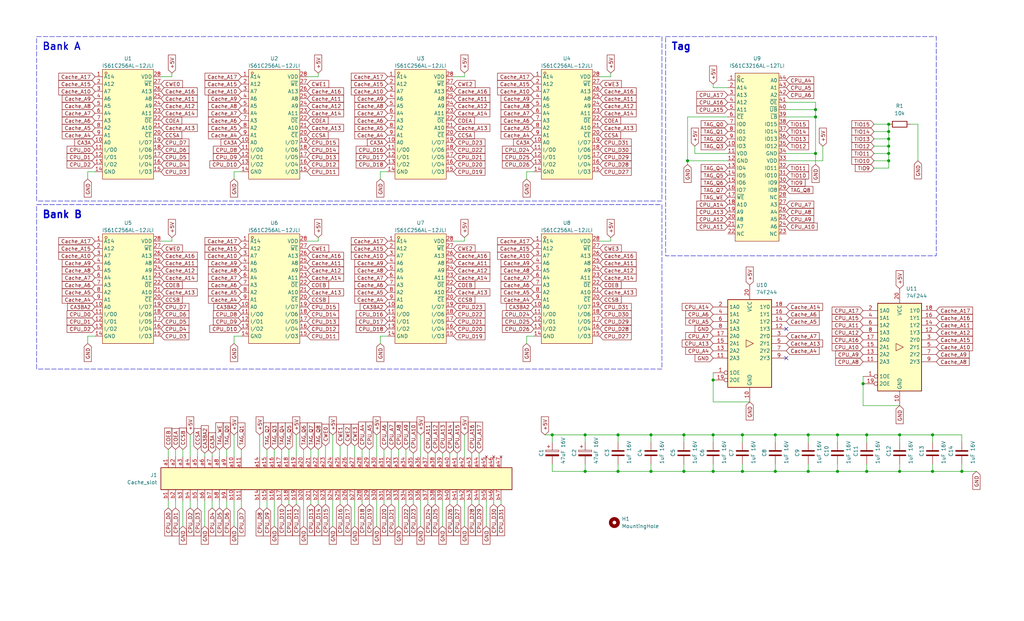
<source format=kicad_sch>
(kicad_sch (version 20231120) (generator "eeschema") (generator_version "8.0")
  (paper "USLegal")
  (title_block (title "256Kb Cache slot for Compaq (197005-001 replacement)") (date "2024-08-24") (company "Alexander"))
  (lib_symbols
    (symbol "74xx:74HCT244"
      (property "Reference" "U" (at -7.62 16.51 0))
      (property "Value" "74HCT244" (at -7.62 -16.51 0))
      (symbol "74HCT244_1_0"
        (pin input inverted (at -12.7 -10.16 0) (length 5.08) (name "1OE") (number "1"))
        (pin power_in line (at 0 -20.32 90) (length 5.08) (name "GND") (number "10"))
        (pin input line (at -12.7 -5.08 0) (length 5.08) (name "2A3") (number "11"))
        (pin tri_state line (at 12.7 5.08 180) (length 5.08) (name "1Y3") (number "12"))
        (pin input line (at -12.7 -2.54 0) (length 5.08) (name "2A2") (number "13"))
        (pin tri_state line (at 12.7 7.62 180) (length 5.08) (name "1Y2") (number "14"))
        (pin input line (at -12.7 0 0) (length 5.08) (name "2A1") (number "15"))
        (pin tri_state line (at 12.7 10.16 180) (length 5.08) (name "1Y1") (number "16"))
        (pin input line (at -12.7 2.54 0) (length 5.08) (name "2A0") (number "17"))
        (pin tri_state line (at 12.7 12.7 180) (length 5.08) (name "1Y0") (number "18"))
        (pin input inverted (at -12.7 -12.7 0) (length 5.08) (name "2OE") (number "19"))
        (pin input line (at -12.7 12.7 0) (length 5.08) (name "1A0") (number "2"))
        (pin power_in line (at 0 20.32 270) (length 5.08) (name "VCC") (number "20"))
        (pin tri_state line (at 12.7 2.54 180) (length 5.08) (name "2Y0") (number "3"))
        (pin input line (at -12.7 10.16 0) (length 5.08) (name "1A1") (number "4"))
        (pin tri_state line (at 12.7 0 180) (length 5.08) (name "2Y1") (number "5"))
        (pin input line (at -12.7 7.62 0) (length 5.08) (name "1A2") (number "6"))
        (pin tri_state line (at 12.7 -2.54 180) (length 5.08) (name "2Y2") (number "7"))
        (pin input line (at -12.7 5.08 0) (length 5.08) (name "1A3") (number "8"))
        (pin tri_state line (at 12.7 -5.08 180) (length 5.08) (name "2Y3") (number "9"))
      )
    )
    (symbol "Device:C" (pin_numbers hide) (pin_names (offset 0.254))
      (property "Reference" "C" (at 0.635 2.54 0))
      (property "Value" "C" (at 0.635 -2.54 0))
      (symbol "C_1_1"
        (pin passive line (at 0 3.81 270) (length 2.794) (name "~") (number "1"))
        (pin passive line (at 0 -3.81 90) (length 2.794) (name "~") (number "2"))
      )
    )
    (symbol "Device:C_Polarized" (pin_numbers hide) (pin_names (offset 0.254))
      (property "Reference" "C" (at 0.635 2.54 0))
      (property "Value" "C_Polarized" (at 0.635 -2.54 0))
      (symbol "C_Polarized_1_1"
        (pin passive line (at 0 3.81 270) (length 2.794) (name "~") (number "1"))
        (pin passive line (at 0 -3.81 90) (length 2.794) (name "~") (number "2"))
      )
    )
    (symbol "Device:R" (pin_numbers hide) (pin_names (offset 0))
      (property "Reference" "R" (at 2.032 0 90))
      (property "Value" "R" (at 0 0 90))
      (symbol "R_1_1"
        (pin passive line (at 0 3.81 270) (length 1.27) (name "~") (number "1"))
        (pin passive line (at 0 -3.81 90) (length 1.27) (name "~") (number "2"))
      )
    )
    (symbol "Mechanical:MountingHole" (pin_names (offset 1.016)) (exclude_from_sim yes) (in_bom no)
      (property "Reference" "H" (at 0 5.08 0))
      (property "Value" "MountingHole" (at 0 3.175 0))
    )
    (symbol "cache_slot:Cache_slot"
      (property "Reference" "J" (at 0 1.27 0))
      (property "Value" "Cache_slot" (at 0 -1.27 0))
      (symbol "Cache_slot_1_1"
        (pin output line (at 72.39 -7.62 90) (length 3.81) (name "") (number "a1"))
        (pin power_in line (at 49.53 -7.62 90) (length 3.81) (name "") (number "a10"))
        (pin tri_state line (at 46.99 -7.62 90) (length 3.81) (name "") (number "a11"))
        (pin power_in line (at 40.64 -7.62 90) (length 3.81) (name "") (number "a14"))
        (pin tri_state line (at 38.1 -7.62 90) (length 3.81) (name "") (number "a15"))
        (pin tri_state line (at 35.56 -7.62 90) (length 3.81) (name "") (number "a16"))
        (pin tri_state line (at 33.02 -7.62 90) (length 3.81) (name "") (number "a17"))
        (pin tri_state line (at 30.48 -7.62 90) (length 3.81) (name "") (number "a18"))
        (pin power_in line (at 27.94 -7.62 90) (length 3.81) (name "") (number "a19"))
        (pin output line (at 69.85 -7.62 90) (length 3.81) (name "") (number "a2"))
        (pin tri_state line (at 25.4 -7.62 90) (length 3.81) (name "") (number "a20"))
        (pin tri_state line (at 22.86 -7.62 90) (length 3.81) (name "") (number "a21"))
        (pin tri_state line (at 20.32 -7.62 90) (length 3.81) (name "") (number "a22"))
        (pin output line (at 17.78 -7.62 90) (length 3.81) (name "") (number "a23"))
        (pin power_in line (at 15.24 -7.62 90) (length 3.81) (name "") (number "a24"))
        (pin output line (at 12.7 -7.62 90) (length 3.81) (name "") (number "a25"))
        (pin output line (at 10.16 -7.62 90) (length 3.81) (name "") (number "a26"))
        (pin output line (at 7.62 -7.62 90) (length 3.81) (name "") (number "a27"))
        (pin output line (at 5.08 -7.62 90) (length 3.81) (name "") (number "a28"))
        (pin output line (at 2.54 -7.62 90) (length 3.81) (name "") (number "a29"))
        (pin output line (at 67.31 -7.62 90) (length 3.81) (name "") (number "a3"))
        (pin power_in line (at 0 -7.62 90) (length 3.81) (name "") (number "a30"))
        (pin output line (at -2.54 -7.62 90) (length 3.81) (name "") (number "a31"))
        (pin output line (at -5.08 -7.62 90) (length 3.81) (name "") (number "a32"))
        (pin output line (at -7.62 -7.62 90) (length 3.81) (name "") (number "a33"))
        (pin output line (at -10.16 -7.62 90) (length 3.81) (name "") (number "a34"))
        (pin output line (at -12.7 -7.62 90) (length 3.81) (name "") (number "a35"))
        (pin power_in line (at -15.24 -7.62 90) (length 3.81) (name "") (number "a36"))
        (pin output line (at -17.78 -7.62 90) (length 3.81) (name "") (number "a37"))
        (pin output line (at -20.32 -7.62 90) (length 3.81) (name "") (number "a38"))
        (pin output line (at -22.86 -7.62 90) (length 3.81) (name "") (number "a39"))
        (pin power_out line (at 64.77 -7.62 90) (length 3.81) (name "") (number "a4"))
        (pin output line (at -25.4 -7.62 90) (length 3.81) (name "") (number "a40"))
        (pin output line (at -27.94 -7.62 90) (length 3.81) (name "") (number "a41"))
        (pin power_in line (at -30.48 -7.62 90) (length 3.81) (name "") (number "a42"))
        (pin output line (at -33.02 -7.62 90) (length 3.81) (name "") (number "a43"))
        (pin output line (at -35.56 -7.62 90) (length 3.81) (name "") (number "a44"))
        (pin no_connect line (at -38.1 -7.62 90) (length 3.81) (name "") (number "a45"))
        (pin no_connect line (at -40.64 -7.62 90) (length 3.81) (name "") (number "a46"))
        (pin no_connect line (at -43.18 -7.62 90) (length 3.81) (name "") (number "a47"))
        (pin output line (at 62.23 -7.62 90) (length 3.81) (name "") (number "a5"))
        (pin output line (at 59.69 -7.62 90) (length 3.81) (name "") (number "a6"))
        (pin output line (at 57.15 -7.62 90) (length 3.81) (name "") (number "a7"))
        (pin output line (at 54.61 -7.62 90) (length 3.81) (name "") (number "a8"))
        (pin tri_state line (at 52.07 -7.62 90) (length 3.81) (name "") (number "a9"))
        (pin tri_state line (at 72.39 7.62 270) (length 3.81) (name "") (number "b1"))
        (pin power_in line (at 49.53 7.62 270) (length 3.81) (name "") (number "b10"))
        (pin tri_state line (at 46.99 7.62 270) (length 3.81) (name "") (number "b11"))
        (pin tri_state line (at 40.64 7.62 270) (length 3.81) (name "") (number "b14"))
        (pin tri_state line (at 38.1 7.62 270) (length 3.81) (name "") (number "b15"))
        (pin power_in line (at 35.56 7.62 270) (length 3.81) (name "") (number "b16"))
        (pin tri_state line (at 33.02 7.62 270) (length 3.81) (name "") (number "b17"))
        (pin tri_state line (at 30.48 7.62 270) (length 3.81) (name "") (number "b18"))
        (pin tri_state line (at 27.94 7.62 270) (length 3.81) (name "") (number "b19"))
        (pin tri_state line (at 69.85 7.62 270) (length 3.81) (name "") (number "b2"))
        (pin power_in line (at 25.4 7.62 270) (length 3.81) (name "") (number "b20"))
        (pin tri_state line (at 22.86 7.62 270) (length 3.81) (name "") (number "b21"))
        (pin tri_state line (at 20.32 7.62 270) (length 3.81) (name "") (number "b22"))
        (pin tri_state line (at 17.78 7.62 270) (length 3.81) (name "") (number "b23"))
        (pin power_in line (at 15.24 7.62 270) (length 3.81) (name "") (number "b24"))
        (pin tri_state line (at 12.7 7.62 270) (length 3.81) (name "") (number "b25"))
        (pin tri_state line (at 10.16 7.62 270) (length 3.81) (name "") (number "b26"))
        (pin power_in line (at 7.62 7.62 270) (length 3.81) (name "") (number "b27"))
        (pin tri_state line (at 5.08 7.62 270) (length 3.81) (name "") (number "b28"))
        (pin tri_state line (at 2.54 7.62 270) (length 3.81) (name "") (number "b29"))
        (pin power_out line (at 67.31 7.62 270) (length 3.81) (name "") (number "b3"))
        (pin power_in line (at 0 7.62 270) (length 3.81) (name "") (number "b30"))
        (pin tri_state line (at -2.54 7.62 270) (length 3.81) (name "") (number "b31"))
        (pin tri_state line (at -5.08 7.62 270) (length 3.81) (name "") (number "b32"))
        (pin power_in line (at -7.62 7.62 270) (length 3.81) (name "") (number "b33"))
        (pin tri_state line (at -10.16 7.62 270) (length 3.81) (name "") (number "b34"))
        (pin tri_state line (at -12.7 7.62 270) (length 3.81) (name "") (number "b35"))
        (pin power_in line (at -15.24 7.62 270) (length 3.81) (name "") (number "b36"))
        (pin tri_state line (at -17.78 7.62 270) (length 3.81) (name "") (number "b37"))
        (pin tri_state line (at -20.32 7.62 270) (length 3.81) (name "") (number "b38"))
        (pin power_in line (at -22.86 7.62 270) (length 3.81) (name "") (number "b39"))
        (pin tri_state line (at 64.77 7.62 270) (length 3.81) (name "") (number "b4"))
        (pin tri_state line (at -25.4 7.62 270) (length 3.81) (name "") (number "b40"))
        (pin tri_state line (at -27.94 7.62 270) (length 3.81) (name "") (number "b41"))
        (pin power_in line (at -30.48 7.62 270) (length 3.81) (name "") (number "b42"))
        (pin tri_state line (at -33.02 7.62 270) (length 3.81) (name "") (number "b43"))
        (pin tri_state line (at -35.56 7.62 270) (length 3.81) (name "") (number "b44"))
        (pin power_in line (at -38.1 7.62 270) (length 3.81) (name "") (number "b45"))
        (pin tri_state line (at -40.64 7.62 270) (length 3.81) (name "") (number "b46"))
        (pin tri_state line (at -43.18 7.62 270) (length 3.81) (name "") (number "b47"))
        (pin tri_state line (at 62.23 7.62 270) (length 3.81) (name "") (number "b5"))
        (pin power_in line (at 59.69 7.62 270) (length 3.81) (name "") (number "b6"))
        (pin tri_state line (at 57.15 7.62 270) (length 3.81) (name "") (number "b7"))
        (pin tri_state line (at 54.61 7.62 270) (length 3.81) (name "") (number "b8"))
        (pin tri_state line (at 52.07 7.62 270) (length 3.81) (name "") (number "b9"))
      )
    )
    (symbol "footprints:IS61C256AL-12JLI"
      (property "Reference" "U" (at 0 21.59 0))
      (property "Value" "IS61C256AL-12JLI" (at 0 -21.59 0))
      (symbol "IS61C256AL-12JLI_1_1"
        (pin input line (at -11.43 16.51 0) (length 2.54) (name "A14") (number "1"))
        (pin input line (at -11.43 -6.35 0) (length 2.54) (name "A0") (number "10"))
        (pin tri_state line (at -11.43 -8.89 0) (length 2.54) (name "I/O0") (number "11"))
        (pin tri_state line (at -11.43 -11.43 0) (length 2.54) (name "I/O1") (number "12"))
        (pin tri_state line (at -11.43 -13.97 0) (length 2.54) (name "I/O2") (number "13"))
        (pin power_in line (at -11.43 -16.51 0) (length 2.54) (name "GND") (number "14"))
        (pin tri_state line (at 11.43 -16.51 180) (length 2.54) (name "I/O3") (number "15"))
        (pin tri_state line (at 11.43 -13.97 180) (length 2.54) (name "I/O4") (number "16"))
        (pin tri_state line (at 11.43 -11.43 180) (length 2.54) (name "I/O5") (number "17"))
        (pin tri_state line (at 11.43 -8.89 180) (length 2.54) (name "I/O6") (number "18"))
        (pin tri_state line (at 11.43 -6.35 180) (length 2.54) (name "I/O7") (number "19"))
        (pin input line (at -11.43 13.97 0) (length 2.54) (name "A12") (number "2"))
        (pin input line (at 11.43 -3.81 180) (length 2.54) (name "~{CE}") (number "20"))
        (pin input line (at 11.43 -1.27 180) (length 2.54) (name "A10") (number "21"))
        (pin input line (at 11.43 1.27 180) (length 2.54) (name "~{OE}") (number "22"))
        (pin input line (at 11.43 3.81 180) (length 2.54) (name "A11") (number "23"))
        (pin input line (at 11.43 6.35 180) (length 2.54) (name "A9") (number "24"))
        (pin input line (at 11.43 8.89 180) (length 2.54) (name "A8") (number "25"))
        (pin input line (at 11.43 11.43 180) (length 2.54) (name "A13") (number "26"))
        (pin input line (at 11.43 13.97 180) (length 2.54) (name "~{WE}") (number "27"))
        (pin power_in line (at 11.43 16.51 180) (length 2.54) (name "VDD") (number "28"))
        (pin input line (at -11.43 11.43 0) (length 2.54) (name "A7") (number "3"))
        (pin input line (at -11.43 8.89 0) (length 2.54) (name "A6") (number "4"))
        (pin input line (at -11.43 6.35 0) (length 2.54) (name "A5") (number "5"))
        (pin input line (at -11.43 3.81 0) (length 2.54) (name "A4") (number "6"))
        (pin input line (at -11.43 1.27 0) (length 2.54) (name "A3") (number "7"))
        (pin input line (at -11.43 -1.27 0) (length 2.54) (name "A2") (number "8"))
        (pin input line (at -11.43 -3.81 0) (length 2.54) (name "A1") (number "9"))
      )
    )
    (symbol "footprints:IS61C3216AL-12TLI"
      (property "Reference" "U" (at 0 31.75 0))
      (property "Value" "IS61C3216AL-12TLI" (at 0 -31.75 0))
      (symbol "IS61C3216AL-12TLI_0_1"
        (pin unspecified line (at -10.16 26.67 0) (length 2.54) (name "NC") (number "1"))
        (pin unspecified line (at -10.16 3.81 0) (length 2.54) (name "IO3") (number "10"))
        (pin unspecified line (at -10.16 1.27 0) (length 2.54) (name "VDD") (number "11"))
        (pin unspecified line (at -10.16 -1.27 0) (length 2.54) (name "GND") (number "12"))
        (pin unspecified line (at -10.16 -3.81 0) (length 2.54) (name "IO4") (number "13"))
        (pin unspecified line (at -10.16 -6.35 0) (length 2.54) (name "IO5") (number "14"))
        (pin unspecified line (at -10.16 -8.89 0) (length 2.54) (name "IO6") (number "15"))
        (pin unspecified line (at -10.16 -11.43 0) (length 2.54) (name "IO7") (number "16"))
        (pin unspecified line (at -10.16 -13.97 0) (length 2.54) (name "~{WE}") (number "17"))
        (pin unspecified line (at -10.16 -16.51 0) (length 2.54) (name "A10") (number "18"))
        (pin unspecified line (at -10.16 -19.05 0) (length 2.54) (name "A9") (number "19"))
        (pin unspecified line (at -10.16 24.13 0) (length 2.54) (name "A14") (number "2"))
        (pin unspecified line (at -10.16 -21.59 0) (length 2.54) (name "A8") (number "20"))
        (pin unspecified line (at -10.16 -24.13 0) (length 2.54) (name "A7") (number "21"))
        (pin unspecified line (at -10.16 -26.67 0) (length 2.54) (name "NC") (number "22"))
        (pin unspecified line (at 10.16 -26.67 180) (length 2.54) (name "NC") (number "23"))
        (pin unspecified line (at 10.16 -24.13 180) (length 2.54) (name "A6") (number "24"))
        (pin unspecified line (at 10.16 -21.59 180) (length 2.54) (name "A5") (number "25"))
        (pin unspecified line (at 10.16 -19.05 180) (length 2.54) (name "A4") (number "26"))
        (pin unspecified line (at 10.16 -16.51 180) (length 2.54) (name "A3") (number "27"))
        (pin unspecified line (at 10.16 -13.97 180) (length 2.54) (name "NC") (number "28"))
        (pin unspecified line (at 10.16 -11.43 180) (length 2.54) (name "IO8") (number "29"))
        (pin unspecified line (at -10.16 21.59 0) (length 2.54) (name "A13") (number "3"))
        (pin unspecified line (at 10.16 -8.89 180) (length 2.54) (name "IO9") (number "30"))
        (pin unspecified line (at 10.16 -6.35 180) (length 2.54) (name "IO10") (number "31"))
        (pin unspecified line (at 10.16 -3.81 180) (length 2.54) (name "IO11") (number "32"))
        (pin unspecified line (at 10.16 -1.27 180) (length 2.54) (name "VDD") (number "33"))
        (pin unspecified line (at 10.16 1.27 180) (length 2.54) (name "GND") (number "34"))
        (pin unspecified line (at 10.16 3.81 180) (length 2.54) (name "IO12") (number "35"))
        (pin unspecified line (at 10.16 6.35 180) (length 2.54) (name "IO13") (number "36"))
        (pin unspecified line (at 10.16 8.89 180) (length 2.54) (name "IO14") (number "37"))
        (pin unspecified line (at 10.16 11.43 180) (length 2.54) (name "IO15") (number "38"))
        (pin unspecified line (at 10.16 13.97 180) (length 2.54) (name "~{LB}") (number "39"))
        (pin unspecified line (at -10.16 19.05 0) (length 2.54) (name "A12") (number "4"))
        (pin unspecified line (at 10.16 16.51 180) (length 2.54) (name "~{UB}") (number "40"))
        (pin unspecified line (at 10.16 19.05 180) (length 2.54) (name "~{OE}") (number "41"))
        (pin unspecified line (at 10.16 21.59 180) (length 2.54) (name "A2") (number "42"))
        (pin unspecified line (at 10.16 24.13 180) (length 2.54) (name "A1") (number "43"))
        (pin unspecified line (at 10.16 26.67 180) (length 2.54) (name "A0") (number "44"))
        (pin unspecified line (at -10.16 16.51 0) (length 2.54) (name "A11") (number "5"))
        (pin unspecified line (at -10.16 13.97 0) (length 2.54) (name "~{CE}") (number "6"))
        (pin unspecified line (at -10.16 11.43 0) (length 2.54) (name "IO0") (number "7"))
        (pin unspecified line (at -10.16 8.89 0) (length 2.54) (name "IO1") (number "8"))
        (pin unspecified line (at -10.16 6.35 0) (length 2.54) (name "IO2") (number "9"))
      )
    )
  )
  (junction (at 237.49 163.83))
  (junction (at 283.21 40.64))
  (junction (at 308.61 50.8))
  (junction (at 247.65 132.08))
  (junction (at 299.72 133.35))
  (junction (at 280.67 151.13))
  (junction (at 283.21 53.34))
  (junction (at 308.61 53.34))
  (junction (at 257.81 163.83))
  (junction (at 247.65 163.83))
  (junction (at 300.99 151.13))
  (junction (at 226.06 163.83))
  (junction (at 269.24 163.83))
  (junction (at 203.2 151.13))
  (junction (at 214.63 163.83))
  (junction (at 334.01 163.83))
  (junction (at 203.2 163.83))
  (junction (at 300.99 163.83))
  (junction (at 290.83 151.13))
  (junction (at 237.49 151.13))
  (junction (at 308.61 55.88))
  (junction (at 323.85 163.83))
  (junction (at 238.76 55.88))
  (junction (at 312.42 163.83))
  (junction (at 308.61 45.72))
  (junction (at 269.24 151.13))
  (junction (at 283.21 38.1))
  (junction (at 312.42 151.13))
  (junction (at 214.63 151.13))
  (junction (at 226.06 151.13))
  (junction (at 323.85 151.13))
  (junction (at 191.77 151.13))
  (junction (at 247.65 151.13))
  (junction (at 308.61 43.18))
  (junction (at 308.61 48.26))
  (junction (at 290.83 163.83))
  (junction (at 257.81 151.13))
  (junction (at 280.67 163.83))
  (no_connect (at 273.05 114.3))
  (no_connect (at 273.05 124.46))
  (wire (pts (xy 252.73 55.88) (xy 238.76 55.88)))
  (wire (pts (xy 273.05 38.1) (xy 283.21 38.1)))
  (wire (pts (xy 334.01 163.83) (xy 334.01 161.29)))
  (wire (pts (xy 158.75 175.26) (xy 158.75 173.99)))
  (wire (pts (xy 92.71 176.53) (xy 92.71 173.99)))
  (wire (pts (xy 135.89 175.26) (xy 135.89 173.99)))
  (wire (pts (xy 81.28 116.84) (xy 83.82 116.84)))
  (wire (pts (xy 191.77 151.13) (xy 203.2 151.13)))
  (wire (pts (xy 290.83 163.83) (xy 290.83 161.29)))
  (wire (pts (xy 76.2 176.53) (xy 76.2 173.99)))
  (wire (pts (xy 73.66 176.53) (xy 73.66 173.99)))
  (wire (pts (xy 153.67 182.88) (xy 153.67 173.99)))
  (wire (pts (xy 71.12 182.88) (xy 71.12 173.99)))
  (wire (pts (xy 132.08 59.69) (xy 134.62 59.69)))
  (wire (pts (xy 308.61 45.72) (xy 308.61 48.26)))
  (wire (pts (xy 138.43 182.88) (xy 138.43 173.99)))
  (wire (pts (xy 97.79 175.26) (xy 97.79 173.99)))
  (wire (pts (xy 110.49 158.75) (xy 110.49 156.21)))
  (wire (pts (xy 30.48 116.84) (xy 33.02 116.84)))
  (wire (pts (xy 107.95 158.75) (xy 107.95 156.21)))
  (wire (pts (xy 132.08 119.38) (xy 132.08 116.84)))
  (wire (pts (xy 105.41 182.88) (xy 105.41 173.99)))
  (wire (pts (xy 308.61 53.34) (xy 308.61 55.88)))
  (wire (pts (xy 334.01 163.83) (xy 323.85 163.83)))
  (wire (pts (xy 312.42 163.83) (xy 312.42 161.29)))
  (wire (pts (xy 60.96 156.21) (xy 60.96 158.75)))
  (wire (pts (xy 102.87 175.26) (xy 102.87 173.99)))
  (wire (pts (xy 299.72 140.97) (xy 312.42 140.97)))
  (wire (pts (xy 280.67 163.83) (xy 269.24 163.83)))
  (wire (pts (xy 269.24 151.13) (xy 269.24 153.67)))
  (wire (pts (xy 30.48 62.23) (xy 30.48 59.69)))
  (wire (pts (xy 237.49 151.13) (xy 237.49 153.67)))
  (wire (pts (xy 203.2 163.83) (xy 214.63 163.83)))
  (wire (pts (xy 81.28 119.38) (xy 81.28 116.84)))
  (wire (pts (xy 214.63 151.13) (xy 214.63 153.67)))
  (wire (pts (xy 300.99 163.83) (xy 300.99 161.29)))
  (wire (pts (xy 90.17 176.53) (xy 90.17 173.99)))
  (wire (pts (xy 208.28 26.67) (xy 212.09 26.67)))
  (wire (pts (xy 191.77 163.83) (xy 203.2 163.83)))
  (wire (pts (xy 226.06 163.83) (xy 237.49 163.83)))
  (wire (pts (xy 59.69 26.67) (xy 59.69 25.4)))
  (wire (pts (xy 132.08 62.23) (xy 132.08 59.69)))
  (wire (pts (xy 300.99 151.13) (xy 312.42 151.13)))
  (wire (pts (xy 71.12 158.75) (xy 71.12 157.48)))
  (wire (pts (xy 171.45 175.26) (xy 171.45 173.99)))
  (wire (pts (xy 269.24 151.13) (xy 280.67 151.13)))
  (wire (pts (xy 203.2 163.83) (xy 203.2 161.29)))
  (wire (pts (xy 182.88 59.69) (xy 185.42 59.69)))
  (wire (pts (xy 95.25 182.88) (xy 95.25 173.99)))
  (wire (pts (xy 59.69 83.82) (xy 59.69 82.55)))
  (wire (pts (xy 247.65 151.13) (xy 257.81 151.13)))
  (wire (pts (xy 130.81 158.75) (xy 130.81 151.13)))
  (wire (pts (xy 58.42 158.75) (xy 58.42 156.21)))
  (wire (pts (xy 81.28 59.69) (xy 83.82 59.69)))
  (wire (pts (xy 273.05 40.64) (xy 283.21 40.64)))
  (wire (pts (xy 153.67 158.75) (xy 153.67 157.48)))
  (wire (pts (xy 30.48 119.38) (xy 30.48 116.84)))
  (wire (pts (xy 182.88 119.38) (xy 182.88 116.84)))
  (wire (pts (xy 166.37 175.26) (xy 166.37 173.99)))
  (wire (pts (xy 113.03 175.26) (xy 113.03 173.99)))
  (wire (pts (xy 148.59 158.75) (xy 148.59 157.48)))
  (wire (pts (xy 290.83 163.83) (xy 280.67 163.83)))
  (wire (pts (xy 283.21 53.34) (xy 283.21 57.15)))
  (wire (pts (xy 66.04 151.13) (xy 66.04 158.75)))
  (wire (pts (xy 161.29 83.82) (xy 161.29 82.55)))
  (wire (pts (xy 105.41 158.75) (xy 105.41 156.21)))
  (wire (pts (xy 299.72 133.35) (xy 299.72 140.97)))
  (wire (pts (xy 110.49 26.67) (xy 110.49 25.4)))
  (wire (pts (xy 214.63 163.83) (xy 214.63 161.29)))
  (wire (pts (xy 273.05 35.56) (xy 283.21 35.56)))
  (wire (pts (xy 238.76 40.64) (xy 238.76 55.88)))
  (wire (pts (xy 323.85 151.13) (xy 334.01 151.13)))
  (wire (pts (xy 163.83 175.26) (xy 163.83 173.99)))
  (wire (pts (xy 308.61 43.18) (xy 308.61 45.72)))
  (wire (pts (xy 323.85 163.83) (xy 312.42 163.83)))
  (wire (pts (xy 161.29 26.67) (xy 161.29 25.4)))
  (wire (pts (xy 123.19 158.75) (xy 123.19 154.94)))
  (wire (pts (xy 290.83 153.67) (xy 290.83 151.13)))
  (wire (pts (xy 163.83 158.75) (xy 163.83 157.48)))
  (wire (pts (xy 283.21 38.1) (xy 283.21 40.64)))
  (wire (pts (xy 247.65 129.54) (xy 247.65 132.08)))
  (wire (pts (xy 92.71 158.75) (xy 92.71 156.21)))
  (wire (pts (xy 115.57 158.75) (xy 115.57 151.13)))
  (wire (pts (xy 285.75 55.88) (xy 285.75 50.8)))
  (wire (pts (xy 66.04 176.53) (xy 66.04 173.99)))
  (wire (pts (xy 303.53 55.88) (xy 308.61 55.88)))
  (wire (pts (xy 252.73 40.64) (xy 238.76 40.64)))
  (wire (pts (xy 68.58 176.53) (xy 68.58 173.99)))
  (wire (pts (xy 78.74 176.53) (xy 78.74 173.99)))
  (wire (pts (xy 290.83 151.13) (xy 300.99 151.13)))
  (wire (pts (xy 78.74 158.75) (xy 78.74 156.21)))
  (wire (pts (xy 283.21 40.64) (xy 283.21 53.34)))
  (wire (pts (xy 241.3 50.8) (xy 241.3 53.34)))
  (wire (pts (xy 280.67 163.83) (xy 280.67 161.29)))
  (wire (pts (xy 238.76 55.88) (xy 238.76 57.15)))
  (wire (pts (xy 226.06 151.13) (xy 226.06 153.67)))
  (wire (pts (xy 143.51 175.26) (xy 143.51 173.99)))
  (wire (pts (xy 158.75 158.75) (xy 158.75 157.48)))
  (wire (pts (xy 269.24 163.83) (xy 269.24 161.29)))
  (wire (pts (xy 123.19 182.88) (xy 123.19 173.99)))
  (wire (pts (xy 273.05 55.88) (xy 285.75 55.88)))
  (wire (pts (xy 241.3 53.34) (xy 252.73 53.34)))
  (wire (pts (xy 132.08 116.84) (xy 134.62 116.84)))
  (wire (pts (xy 334.01 153.67) (xy 334.01 151.13)))
  (wire (pts (xy 68.58 158.75) (xy 68.58 156.21)))
  (wire (pts (xy 318.77 43.18) (xy 318.77 55.88)))
  (wire (pts (xy 130.81 182.88) (xy 130.81 173.99)))
  (wire (pts (xy 63.5 182.88) (xy 63.5 173.99)))
  (wire (pts (xy 168.91 182.88) (xy 168.91 173.99)))
  (wire (pts (xy 203.2 151.13) (xy 214.63 151.13)))
  (wire (pts (xy 247.65 153.67) (xy 247.65 151.13)))
  (wire (pts (xy 247.65 139.7) (xy 260.35 139.7)))
  (wire (pts (xy 303.53 48.26) (xy 308.61 48.26)))
  (wire (pts (xy 300.99 163.83) (xy 290.83 163.83)))
  (wire (pts (xy 107.95 175.26) (xy 107.95 173.99)))
  (wire (pts (xy 110.49 83.82) (xy 110.49 82.55)))
  (wire (pts (xy 128.27 175.26) (xy 128.27 173.99)))
  (wire (pts (xy 140.97 175.26) (xy 140.97 173.99)))
  (wire (pts (xy 237.49 163.83) (xy 237.49 161.29)))
  (wire (pts (xy 118.11 175.26) (xy 118.11 173.99)))
  (wire (pts (xy 312.42 151.13) (xy 323.85 151.13)))
  (wire (pts (xy 81.28 158.75) (xy 81.28 151.13)))
  (wire (pts (xy 81.28 182.88) (xy 81.28 173.99)))
  (wire (pts (xy 191.77 151.13) (xy 191.77 153.67)))
  (wire (pts (xy 182.88 62.23) (xy 182.88 59.69)))
  (wire (pts (xy 237.49 163.83) (xy 247.65 163.83)))
  (wire (pts (xy 100.33 175.26) (xy 100.33 173.99)))
  (wire (pts (xy 97.79 158.75) (xy 97.79 156.21)))
  (wire (pts (xy 299.72 130.81) (xy 299.72 133.35)))
  (wire (pts (xy 102.87 158.75) (xy 102.87 151.13)))
  (wire (pts (xy 191.77 163.83) (xy 191.77 161.29)))
  (wire (pts (xy 212.09 26.67) (xy 212.09 25.4)))
  (wire (pts (xy 156.21 158.75) (xy 156.21 157.48)))
  (wire (pts (xy 316.23 43.18) (xy 318.77 43.18)))
  (wire (pts (xy 308.61 50.8) (xy 308.61 53.34)))
  (wire (pts (xy 143.51 158.75) (xy 143.51 157.48)))
  (wire (pts (xy 300.99 151.13) (xy 300.99 153.67)))
  (wire (pts (xy 106.68 26.67) (xy 110.49 26.67)))
  (wire (pts (xy 214.63 163.83) (xy 226.06 163.83)))
  (wire (pts (xy 257.81 151.13) (xy 269.24 151.13)))
  (wire (pts (xy 60.96 176.53) (xy 60.96 173.99)))
  (wire (pts (xy 95.25 158.75) (xy 95.25 156.21)))
  (wire (pts (xy 283.21 53.34) (xy 273.05 53.34)))
  (wire (pts (xy 157.48 26.67) (xy 161.29 26.67)))
  (wire (pts (xy 226.06 151.13) (xy 237.49 151.13)))
  (wire (pts (xy 83.82 176.53) (xy 83.82 173.99)))
  (wire (pts (xy 151.13 158.75) (xy 151.13 157.48)))
  (wire (pts (xy 208.28 83.82) (xy 212.09 83.82)))
  (wire (pts (xy 58.42 176.53) (xy 58.42 173.99)))
  (wire (pts (xy 55.88 83.82) (xy 59.69 83.82)))
  (wire (pts (xy 118.11 158.75) (xy 118.11 154.94)))
  (wire (pts (xy 30.48 59.69) (xy 33.02 59.69)))
  (wire (pts (xy 76.2 158.75) (xy 76.2 156.21)))
  (wire (pts (xy 173.99 175.26) (xy 173.99 173.99)))
  (wire (pts (xy 133.35 175.26) (xy 133.35 173.99)))
  (wire (pts (xy 303.53 58.42) (xy 308.61 58.42)))
  (wire (pts (xy 257.81 163.83) (xy 257.81 161.29)))
  (wire (pts (xy 100.33 158.75) (xy 100.33 156.21)))
  (wire (pts (xy 151.13 175.26) (xy 151.13 173.99)))
  (wire (pts (xy 146.05 182.88) (xy 146.05 173.99)))
  (wire (pts (xy 115.57 182.88) (xy 115.57 173.99)))
  (wire (pts (xy 226.06 163.83) (xy 226.06 161.29)))
  (wire (pts (xy 257.81 163.83) (xy 247.65 163.83)))
  (wire (pts (xy 303.53 45.72) (xy 308.61 45.72)))
  (wire (pts (xy 247.65 163.83) (xy 247.65 161.29)))
  (wire (pts (xy 81.28 62.23) (xy 81.28 59.69)))
  (wire (pts (xy 125.73 175.26) (xy 125.73 173.99)))
  (wire (pts (xy 214.63 151.13) (xy 226.06 151.13)))
  (wire (pts (xy 308.61 55.88) (xy 308.61 58.42)))
  (wire (pts (xy 73.66 158.75) (xy 73.66 157.48)))
  (wire (pts (xy 106.68 83.82) (xy 110.49 83.82)))
  (wire (pts (xy 283.21 35.56) (xy 283.21 38.1)))
  (wire (pts (xy 128.27 158.75) (xy 128.27 156.21)))
  (wire (pts (xy 303.53 53.34) (xy 308.61 53.34)))
  (wire (pts (xy 303.53 50.8) (xy 308.61 50.8)))
  (wire (pts (xy 247.65 132.08) (xy 247.65 139.7)))
  (wire (pts (xy 161.29 182.88) (xy 161.29 173.99)))
  (wire (pts (xy 146.05 158.75) (xy 146.05 151.13)))
  (wire (pts (xy 269.24 163.83) (xy 257.81 163.83)))
  (wire (pts (xy 339.09 163.83) (xy 334.01 163.83)))
  (wire (pts (xy 312.42 151.13) (xy 312.42 153.67)))
  (wire (pts (xy 182.88 116.84) (xy 185.42 116.84)))
  (wire (pts (xy 157.48 83.82) (xy 161.29 83.82)))
  (wire (pts (xy 312.42 163.83) (xy 300.99 163.83)))
  (wire (pts (xy 257.81 151.13) (xy 257.81 153.67)))
  (wire (pts (xy 140.97 158.75) (xy 140.97 156.21)))
  (wire (pts (xy 55.88 26.67) (xy 59.69 26.67)))
  (wire (pts (xy 166.37 158.75) (xy 166.37 157.48)))
  (wire (pts (xy 83.82 158.75) (xy 83.82 156.21)))
  (wire (pts (xy 113.03 158.75) (xy 113.03 154.94)))
  (wire (pts (xy 237.49 151.13) (xy 247.65 151.13)))
  (wire (pts (xy 156.21 175.26) (xy 156.21 173.99)))
  (wire (pts (xy 280.67 151.13) (xy 280.67 153.67)))
  (wire (pts (xy 148.59 175.26) (xy 148.59 173.99)))
  (wire (pts (xy 303.53 43.18) (xy 308.61 43.18)))
  (wire (pts (xy 90.17 158.75) (xy 90.17 151.13)))
  (wire (pts (xy 323.85 163.83) (xy 323.85 161.29)))
  (wire (pts (xy 63.5 158.75) (xy 63.5 156.21)))
  (wire (pts (xy 133.35 158.75) (xy 133.35 156.21)))
  (wire (pts (xy 120.65 158.75) (xy 120.65 154.94)))
  (wire (pts (xy 120.65 175.26) (xy 120.65 173.99)))
  (wire (pts (xy 252.73 30.48) (xy 247.65 30.48)))
  (wire (pts (xy 203.2 151.13) (xy 203.2 153.67)))
  (wire (pts (xy 161.29 158.75) (xy 161.29 151.13)))
  (wire (pts (xy 212.09 83.82) (xy 212.09 82.55)))
  (wire (pts (xy 125.73 158.75) (xy 125.73 156.21)))
  (wire (pts (xy 280.67 151.13) (xy 290.83 151.13)))
  (wire (pts (xy 138.43 158.75) (xy 138.43 156.21)))
  (wire (pts (xy 189.23 151.13) (xy 191.77 151.13)))
  (wire (pts (xy 110.49 175.26) (xy 110.49 173.99)))
  (wire (pts (xy 308.61 48.26) (xy 308.61 50.8)))
  (wire (pts (xy 323.85 151.13) (xy 323.85 153.67)))
  (wire (pts (xy 247.65 30.48) (xy 247.65 29.21)))
  (wire (pts (xy 135.89 158.75) (xy 135.89 156.21)))
  (text_box "Bank A" (at 12.7 12.7 0) (size 217.17 57.15) (stroke (width 0) (type dash)) (effects (font (size 2.5 2.5) (thickness 0.4) (bold yes)) (justify left top)))
  (text_box "Tag" (at 231.14 12.7 0) (size 93.98 76.2) (stroke (width 0) (type dash)) (effects (font (size 2.5 2.5) (thickness 0.5) (bold yes)) (justify left top)))
  (text_box "Bank B" (at 12.7 71.12 0) (size 217.17 57.15) (stroke (width 0) (type dash)) (effects (font (size 2.5 2.5) (thickness 0.5) (bold yes)) (justify left top)))
  (global_label "Cache_A17" (shape input) (at 134.62 26.67 180) (property "Intersheetrefs" "${INTERSHEET_REFS}" (effects (hide yes))))
  (global_label "COEA" (shape input) (at 157.48 41.91 0) (property "Intersheetrefs" "${INTERSHEET_REFS}" (effects (hide yes))))
  (global_label "CPU_D15" (shape input) (at 113.03 175.26 270) (property "Intersheetrefs" "${INTERSHEET_REFS}" (effects (hide yes))))
  (global_label "Cache_A9" (shape input) (at 134.62 34.29 180) (property "Intersheetrefs" "${INTERSHEET_REFS}" (effects (hide yes))))
  (global_label "TIO9" (shape input) (at 303.53 58.42 180) (property "Intersheetrefs" "${INTERSHEET_REFS}" (effects (hide yes))))
  (global_label "CPU_D6" (shape input) (at 78.74 176.53 270) (property "Intersheetrefs" "${INTERSHEET_REFS}" (effects (hide yes))))
  (global_label "TAG_Q7" (shape input) (at 107.95 156.21 90) (property "Intersheetrefs" "${INTERSHEET_REFS}" (effects (hide yes))))
  (global_label "CCSA" (shape input) (at 157.48 46.99 0) (property "Intersheetrefs" "${INTERSHEET_REFS}" (effects (hide yes))))
  (global_label "CPU_D3" (shape input) (at 55.88 59.69 0) (property "Intersheetrefs" "${INTERSHEET_REFS}" (effects (hide yes))))
  (global_label "CCSB" (shape input) (at 157.48 104.14 0) (property "Intersheetrefs" "${INTERSHEET_REFS}" (effects (hide yes))))
  (global_label "CPU_D3" (shape input) (at 68.58 176.53 270) (property "Intersheetrefs" "${INTERSHEET_REFS}" (effects (hide yes))))
  (global_label "CPU_A14" (shape input) (at 247.65 106.68 180) (property "Intersheetrefs" "${INTERSHEET_REFS}" (effects (hide yes))))
  (global_label "CPU_A13" (shape input) (at 153.67 157.48 90) (property "Intersheetrefs" "${INTERSHEET_REFS}" (effects (hide yes))))
  (global_label "CA3A" (shape input) (at 185.42 49.53 180) (property "Intersheetrefs" "${INTERSHEET_REFS}" (effects (hide yes))))
  (global_label "CPU_A11" (shape input) (at 148.59 157.48 90) (property "Intersheetrefs" "${INTERSHEET_REFS}" (effects (hide yes))))
  (global_label "CPU_D8" (shape input) (at 83.82 109.22 180) (property "Intersheetrefs" "${INTERSHEET_REFS}" (effects (hide yes))))
  (global_label "COEB" (shape input) (at 157.48 99.06 0) (property "Intersheetrefs" "${INTERSHEET_REFS}" (effects (hide yes))))
  (global_label "+5V" (shape input) (at 66.04 151.13 90) (property "Intersheetrefs" "${INTERSHEET_REFS}" (effects (hide yes))))
  (global_label "CPU_D27" (shape input) (at 208.28 59.69 0) (property "Intersheetrefs" "${INTERSHEET_REFS}" (effects (hide yes))))
  (global_label "CPU_D25" (shape input) (at 151.13 175.26 270) (property "Intersheetrefs" "${INTERSHEET_REFS}" (effects (hide yes))))
  (global_label "TAG_Q1" (shape input) (at 83.82 156.21 90) (property "Intersheetrefs" "${INTERSHEET_REFS}" (effects (hide yes))))
  (global_label "Cache_A14" (shape input) (at 157.48 96.52 0) (property "Intersheetrefs" "${INTERSHEET_REFS}" (effects (hide yes))))
  (global_label "Cache_A10" (shape input) (at 33.02 31.75 180) (property "Intersheetrefs" "${INTERSHEET_REFS}" (effects (hide yes))))
  (global_label "CWE2" (shape input) (at 157.48 86.36 0) (property "Intersheetrefs" "${INTERSHEET_REFS}" (effects (hide yes))))
  (global_label "CPU_D5" (shape input) (at 55.88 111.76 0) (property "Intersheetrefs" "${INTERSHEET_REFS}" (effects (hide yes))))
  (global_label "Cache_A14" (shape input) (at 208.28 39.37 0) (property "Intersheetrefs" "${INTERSHEET_REFS}" (effects (hide yes))))
  (global_label "TIO9" (shape input) (at 273.05 63.5 0) (property "Intersheetrefs" "${INTERSHEET_REFS}" (effects (hide yes))))
  (global_label "CA3A" (shape input) (at 73.66 157.48 90) (property "Intersheetrefs" "${INTERSHEET_REFS}" (effects (hide yes))))
  (global_label "CPU_A12" (shape input) (at 299.72 115.57 180) (property "Intersheetrefs" "${INTERSHEET_REFS}" (effects (hide yes))))
  (global_label "TAG_Q4" (shape input) (at 97.79 156.21 90) (property "Intersheetrefs" "${INTERSHEET_REFS}" (effects (hide yes))))
  (global_label "COEA" (shape input) (at 106.68 41.91 0) (property "Intersheetrefs" "${INTERSHEET_REFS}" (effects (hide yes))))
  (global_label "Cache_A17" (shape input) (at 33.02 26.67 180) (property "Intersheetrefs" "${INTERSHEET_REFS}" (effects (hide yes))))
  (global_label "+5V" (shape input) (at 110.49 82.55 90) (property "Intersheetrefs" "${INTERSHEET_REFS}" (effects (hide yes))))
  (global_label "Cache_A8" (shape input) (at 33.02 36.83 180) (property "Intersheetrefs" "${INTERSHEET_REFS}" (effects (hide yes))))
  (global_label "Cache_A14" (shape input) (at 55.88 96.52 0) (property "Intersheetrefs" "${INTERSHEET_REFS}" (effects (hide yes))))
  (global_label "CPU_D9" (shape input) (at 83.82 111.76 180) (property "Intersheetrefs" "${INTERSHEET_REFS}" (effects (hide yes))))
  (global_label "+5V" (shape input) (at 212.09 25.4 90) (property "Intersheetrefs" "${INTERSHEET_REFS}" (effects (hide yes))))
  (global_label "CPU_D21" (shape input) (at 157.48 111.76 0) (property "Intersheetrefs" "${INTERSHEET_REFS}" (effects (hide yes))))
  (global_label "Cache_A7" (shape input) (at 273.05 116.84 0) (property "Intersheetrefs" "${INTERSHEET_REFS}" (effects (hide yes))))
  (global_label "GND" (shape input) (at 132.08 119.38 270) (property "Intersheetrefs" "${INTERSHEET_REFS}" (effects (hide yes))))
  (global_label "TIO12" (shape input) (at 273.05 50.8 0) (property "Intersheetrefs" "${INTERSHEET_REFS}" (effects (hide yes))))
  (global_label "GND" (shape input) (at 168.91 182.88 270) (property "Intersheetrefs" "${INTERSHEET_REFS}" (effects (hide yes))))
  (global_label "GND" (shape input) (at 81.28 62.23 270) (property "Intersheetrefs" "${INTERSHEET_REFS}" (effects (hide yes))))
  (global_label "Cache_A4" (shape input) (at 33.02 104.14 180) (property "Intersheetrefs" "${INTERSHEET_REFS}" (effects (hide yes))))
  (global_label "Cache_A9" (shape input) (at 185.42 91.44 180) (property "Intersheetrefs" "${INTERSHEET_REFS}" (effects (hide yes))))
  (global_label "CWE1" (shape input) (at 106.68 29.21 0) (property "Intersheetrefs" "${INTERSHEET_REFS}" (effects (hide yes))))
  (global_label "CPU_D30" (shape input) (at 208.28 52.07 0) (property "Intersheetrefs" "${INTERSHEET_REFS}" (effects (hide yes))))
  (global_label "CPU_D6" (shape input) (at 55.88 52.07 0) (property "Intersheetrefs" "${INTERSHEET_REFS}" (effects (hide yes))))
  (global_label "CPU_A17" (shape input) (at 252.73 33.02 180) (property "Intersheetrefs" "${INTERSHEET_REFS}" (effects (hide yes))))
  (global_label "GND" (shape input) (at 247.65 124.46 180) (property "Intersheetrefs" "${INTERSHEET_REFS}" (effects (hide yes))))
  (global_label "TIO13" (shape input) (at 303.53 48.26 180) (property "Intersheetrefs" "${INTERSHEET_REFS}" (effects (hide yes))))
  (global_label "Cache_A7" (shape input) (at 185.42 39.37 180) (property "Intersheetrefs" "${INTERSHEET_REFS}" (effects (hide yes))))
  (global_label "Cache_A14" (shape input) (at 106.68 96.52 0) (property "Intersheetrefs" "${INTERSHEET_REFS}" (effects (hide yes))))
  (global_label "Cache_A11" (shape input) (at 208.28 91.44 0) (property "Intersheetrefs" "${INTERSHEET_REFS}" (effects (hide yes))))
  (global_label "CPU_D19" (shape input) (at 128.27 175.26 270) (property "Intersheetrefs" "${INTERSHEET_REFS}" (effects (hide yes))))
  (global_label "Cache_A17" (shape input) (at 83.82 83.82 180) (property "Intersheetrefs" "${INTERSHEET_REFS}" (effects (hide yes))))
  (global_label "GND" (shape input) (at 238.76 57.15 270) (property "Intersheetrefs" "${INTERSHEET_REFS}" (effects (hide yes))))
  (global_label "CPU_D1" (shape input) (at 33.02 111.76 180) (property "Intersheetrefs" "${INTERSHEET_REFS}" (effects (hide yes))))
  (global_label "CPU_A9" (shape input) (at 140.97 156.21 90) (property "Intersheetrefs" "${INTERSHEET_REFS}" (effects (hide yes))))
  (global_label "GND" (shape input) (at 115.57 182.88 270) (property "Intersheetrefs" "${INTERSHEET_REFS}" (effects (hide yes))))
  (global_label "CPU_A15" (shape input) (at 299.72 110.49 180) (property "Intersheetrefs" "${INTERSHEET_REFS}" (effects (hide yes))))
  (global_label "Cache_A12" (shape input) (at 208.28 36.83 0) (property "Intersheetrefs" "${INTERSHEET_REFS}" (effects (hide yes))))
  (global_label "CPU_A7" (shape input) (at 247.65 116.84 180) (property "Intersheetrefs" "${INTERSHEET_REFS}" (effects (hide yes))))
  (global_label "CPU_D24" (shape input) (at 185.42 109.22 180) (property "Intersheetrefs" "${INTERSHEET_REFS}" (effects (hide yes))))
  (global_label "CPU_D14" (shape input) (at 106.68 109.22 0) (property "Intersheetrefs" "${INTERSHEET_REFS}" (effects (hide yes))))
  (global_label "Cache_A17" (shape input) (at 325.12 107.95 0) (property "Intersheetrefs" "${INTERSHEET_REFS}" (effects (hide yes))))
  (global_label "COEB" (shape input) (at 106.68 99.06 0) (property "Intersheetrefs" "${INTERSHEET_REFS}" (effects (hide yes))))
  (global_label "Cache_A7" (shape input) (at 33.02 39.37 180) (property "Intersheetrefs" "${INTERSHEET_REFS}" (effects (hide yes))))
  (global_label "Cache_A9" (shape input) (at 185.42 34.29 180) (property "Intersheetrefs" "${INTERSHEET_REFS}" (effects (hide yes))))
  (global_label "Cache_A10" (shape input) (at 134.62 88.9 180) (property "Intersheetrefs" "${INTERSHEET_REFS}" (effects (hide yes))))
  (global_label "TIO10" (shape input) (at 303.53 55.88 180) (property "Intersheetrefs" "${INTERSHEET_REFS}" (effects (hide yes))))
  (global_label "CPU_D18" (shape input) (at 134.62 114.3 180) (property "Intersheetrefs" "${INTERSHEET_REFS}" (effects (hide yes))))
  (global_label "GND" (shape input) (at 247.65 114.3 180) (property "Intersheetrefs" "${INTERSHEET_REFS}" (effects (hide yes))))
  (global_label "CA3A" (shape input) (at 33.02 49.53 180) (property "Intersheetrefs" "${INTERSHEET_REFS}" (effects (hide yes))))
  (global_label "CPU_D28" (shape input) (at 163.83 175.26 270) (property "Intersheetrefs" "${INTERSHEET_REFS}" (effects (hide yes))))
  (global_label "TIO15" (shape input) (at 303.53 43.18 180) (property "Intersheetrefs" "${INTERSHEET_REFS}" (effects (hide yes))))
  (global_label "TIO11" (shape input) (at 273.05 58.42 0) (property "Intersheetrefs" "${INTERSHEET_REFS}" (effects (hide yes))))
  (global_label "Cache_A12" (shape input) (at 106.68 36.83 0) (property "Intersheetrefs" "${INTERSHEET_REFS}" (effects (hide yes))))
  (global_label "Cache_A4" (shape input) (at 185.42 104.14 180) (property "Intersheetrefs" "${INTERSHEET_REFS}" (effects (hide yes))))
  (global_label "+5V" (shape input) (at 241.3 50.8 90) (property "Intersheetrefs" "${INTERSHEET_REFS}" (effects (hide yes))))
  (global_label "Cache_A9" (shape input) (at 83.82 91.44 180) (property "Intersheetrefs" "${INTERSHEET_REFS}" (effects (hide yes))))
  (global_label "CPU_D1" (shape input) (at 33.02 54.61 180) (property "Intersheetrefs" "${INTERSHEET_REFS}" (effects (hide yes))))
  (global_label "+5V" (shape input) (at 110.49 25.4 90) (property "Intersheetrefs" "${INTERSHEET_REFS}" (effects (hide yes))))
  (global_label "CPU_D29" (shape input) (at 208.28 54.61 0) (property "Intersheetrefs" "${INTERSHEET_REFS}" (effects (hide yes))))
  (global_label "CPU_D3" (shape input) (at 55.88 116.84 0) (property "Intersheetrefs" "${INTERSHEET_REFS}" (effects (hide yes))))
  (global_label "CWE0" (shape input) (at 55.88 29.21 0) (property "Intersheetrefs" "${INTERSHEET_REFS}" (effects (hide yes))))
  (global_label "CPU_A4" (shape input) (at 273.05 27.94 0) (property "Intersheetrefs" "${INTERSHEET_REFS}" (effects (hide yes))))
  (global_label "TAG_Q6" (shape input) (at 105.41 156.21 90) (property "Intersheetrefs" "${INTERSHEET_REFS}" (effects (hide yes))))
  (global_label "Cache_A8" (shape input) (at 325.12 125.73 0) (property "Intersheetrefs" "${INTERSHEET_REFS}" (effects (hide yes))))
  (global_label "CCSA" (shape input) (at 68.58 156.21 90) (property "Intersheetrefs" "${INTERSHEET_REFS}" (effects (hide yes))))
  (global_label "GND" (shape input) (at 146.05 182.88 270) (property "Intersheetrefs" "${INTERSHEET_REFS}" (effects (hide yes))))
  (global_label "GND" (shape input) (at 71.12 182.88 270) (property "Intersheetrefs" "${INTERSHEET_REFS}" (effects (hide yes))))
  (global_label "GND" (shape input) (at 318.77 55.88 270) (property "Intersheetrefs" "${INTERSHEET_REFS}" (effects (hide yes))))
  (global_label "CPU_D27" (shape input) (at 158.75 175.26 270) (property "Intersheetrefs" "${INTERSHEET_REFS}" (effects (hide yes))))
  (global_label "TAG_Q0" (shape input) (at 78.74 156.21 90) (property "Intersheetrefs" "${INTERSHEET_REFS}" (effects (hide yes))))
  (global_label "Cache_A12" (shape input) (at 157.48 93.98 0) (property "Intersheetrefs" "${INTERSHEET_REFS}" (effects (hide yes))))
  (global_label "CWE2" (shape input) (at 120.65 154.94 90) (property "Intersheetrefs" "${INTERSHEET_REFS}" (effects (hide yes))))
  (global_label "CPU_A6" (shape input) (at 247.65 109.22 180) (property "Intersheetrefs" "${INTERSHEET_REFS}" (effects (hide yes))))
  (global_label "Cache_A4" (shape input) (at 33.02 46.99 180) (property "Intersheetrefs" "${INTERSHEET_REFS}" (effects (hide yes))))
  (global_label "Cache_A15" (shape input) (at 83.82 86.36 180) (property "Intersheetrefs" "${INTERSHEET_REFS}" (effects (hide yes))))
  (global_label "TAG_WE" (shape input) (at 252.73 68.58 180) (property "Intersheetrefs" "${INTERSHEET_REFS}" (effects (hide yes))))
  (global_label "CCSB" (shape input) (at 55.88 104.14 0) (property "Intersheetrefs" "${INTERSHEET_REFS}" (effects (hide yes))))
  (global_label "Cache_A13" (shape input) (at 157.48 44.45 0) (property "Intersheetrefs" "${INTERSHEET_REFS}" (effects (hide yes))))
  (global_label "Cache_A5" (shape input) (at 134.62 44.45 180) (property "Intersheetrefs" "${INTERSHEET_REFS}" (effects (hide yes))))
  (global_label "Cache_A4" (shape input) (at 185.42 46.99 180) (property "Intersheetrefs" "${INTERSHEET_REFS}" (effects (hide yes))))
  (global_label "GND" (shape input) (at 81.28 119.38 270) (property "Intersheetrefs" "${INTERSHEET_REFS}" (effects (hide yes))))
  (global_label "Cache_A15" (shape input) (at 325.12 118.11 0) (property "Intersheetrefs" "${INTERSHEET_REFS}" (effects (hide yes))))
  (global_label "Cache_A4" (shape input) (at 134.62 46.99 180) (property "Intersheetrefs" "${INTERSHEET_REFS}" (effects (hide yes))))
  (global_label "Cache_A9" (shape input) (at 33.02 91.44 180) (property "Intersheetrefs" "${INTERSHEET_REFS}" (effects (hide yes))))
  (global_label "Cache_A8" (shape input) (at 83.82 36.83 180) (property "Intersheetrefs" "${INTERSHEET_REFS}" (effects (hide yes))))
  (global_label "Cache_A7" (shape input) (at 134.62 39.37 180) (property "Intersheetrefs" "${INTERSHEET_REFS}" (effects (hide yes))))
  (global_label "TIO13" (shape input) (at 273.05 48.26 0) (property "Intersheetrefs" "${INTERSHEET_REFS}" (effects (hide yes))))
  (global_label "+5V" (shape input) (at 285.75 50.8 90) (property "Intersheetrefs" "${INTERSHEET_REFS}" (effects (hide yes))))
  (global_label "CPU_D4" (shape input) (at 55.88 114.3 0) (property "Intersheetrefs" "${INTERSHEET_REFS}" (effects (hide yes))))
  (global_label "Cache_A7" (shape input) (at 33.02 96.52 180) (property "Intersheetrefs" "${INTERSHEET_REFS}" (effects (hide yes))))
  (global_label "Cache_A13" (shape input) (at 208.28 44.45 0) (property "Intersheetrefs" "${INTERSHEET_REFS}" (effects (hide yes))))
  (global_label "CPU_D22" (shape input) (at 157.48 52.07 0) (property "Intersheetrefs" "${INTERSHEET_REFS}" (effects (hide yes))))
  (global_label "CPU_D7" (shape input) (at 83.82 176.53 270) (property "Intersheetrefs" "${INTERSHEET_REFS}" (effects (hide yes))))
  (global_label "Cache_A5" (shape input) (at 83.82 44.45 180) (property "Intersheetrefs" "${INTERSHEET_REFS}" (effects (hide yes))))
  (global_label "GND" (shape input) (at 182.88 119.38 270) (property "Intersheetrefs" "${INTERSHEET_REFS}" (effects (hide yes))))
  (global_label "COEB" (shape input) (at 58.42 156.21 90) (property "Intersheetrefs" "${INTERSHEET_REFS}" (effects (hide yes))))
  (global_label "CA3BA2" (shape input) (at 71.12 157.48 90) (property "Intersheetrefs" "${INTERSHEET_REFS}" (effects (hide yes))))
  (global_label "CPU_D11" (shape input) (at 100.33 175.26 270) (property "Intersheetrefs" "${INTERSHEET_REFS}" (effects (hide yes))))
  (global_label "CPU_D18" (shape input) (at 134.62 57.15 180) (property "Intersheetrefs" "${INTERSHEET_REFS}" (effects (hide yes))))
  (global_label "CCSB" (shape input) (at 63.5 156.21 90) (property "Intersheetrefs" "${INTERSHEET_REFS}" (effects (hide yes))))
  (global_label "CPU_A16" (shape input) (at 299.72 118.11 180) (property "Intersheetrefs" "${INTERSHEET_REFS}" (effects (hide yes))))
  (global_label "CA3BA2" (shape input) (at 134.62 106.68 180) (property "Intersheetrefs" "${INTERSHEET_REFS}" (effects (hide yes))))
  (global_label "CPU_D21" (shape input) (at 135.89 175.26 270) (property "Intersheetrefs" "${INTERSHEET_REFS}" (effects (hide yes))))
  (global_label "Cache_A14" (shape input) (at 208.28 96.52 0) (property "Intersheetrefs" "${INTERSHEET_REFS}" (effects (hide yes))))
  (global_label "Cache_A9" (shape input) (at 134.62 91.44 180) (property "Intersheetrefs" "${INTERSHEET_REFS}" (effects (hide yes))))
  (global_label "Cache_A10" (shape input) (at 33.02 88.9 180) (property "Intersheetrefs" "${INTERSHEET_REFS}" (effects (hide yes))))
  (global_label "GND" (shape input) (at 339.09 163.83 270) (property "Intersheetrefs" "${INTERSHEET_REFS}" (effects (hide yes))))
  (global_label "+5V" (shape input) (at 312.42 100.33 90) (property "Intersheetrefs" "${INTERSHEET_REFS}" (effects (hide yes))))
  (global_label "TIO15" (shape input) (at 273.05 43.18 0) (property "Intersheetrefs" "${INTERSHEET_REFS}" (effects (hide yes))))
  (global_label "COEA" (shape input) (at 60.96 156.21 90) (property "Intersheetrefs" "${INTERSHEET_REFS}" (effects (hide yes))))
  (global_label "TIO10" (shape input) (at 273.05 60.96 0) (property "Intersheetrefs" "${INTERSHEET_REFS}" (effects (hide yes))))
  (global_label "CPU_D30" (shape input) (at 171.45 175.26 270) (property "Intersheetrefs" "${INTERSHEET_REFS}" (effects (hide yes))))
  (global_label "TAG_Q6" (shape input) (at 252.73 63.5 180) (property "Intersheetrefs" "${INTERSHEET_REFS}" (effects (hide yes))))
  (global_label "Cache_A12" (shape input) (at 157.48 36.83 0) (property "Intersheetrefs" "${INTERSHEET_REFS}" (effects (hide yes))))
  (global_label "Cache_A6" (shape input) (at 185.42 41.91 180) (property "Intersheetrefs" "${INTERSHEET_REFS}" (effects (hide yes))))
  (global_label "CPU_A7" (shape input) (at 273.05 71.12 0) (property "Intersheetrefs" "${INTERSHEET_REFS}" (effects (hide yes))))
  (global_label "CPU_D15" (shape input) (at 106.68 106.68 0) (property "Intersheetrefs" "${INTERSHEET_REFS}" (effects (hide yes))))
  (global_label "TAG_Q2" (shape input) (at 252.73 48.26 180) (property "Intersheetrefs" "${INTERSHEET_REFS}" (effects (hide yes))))
  (global_label "CPU_D23" (shape input) (at 157.48 106.68 0) (property "Intersheetrefs" "${INTERSHEET_REFS}" (effects (hide yes))))
  (global_label "Cache_A11" (shape input) (at 106.68 91.44 0) (property "Intersheetrefs" "${INTERSHEET_REFS}" (effects (hide yes))))
  (global_label "CPU_D10" (shape input) (at 83.82 57.15 180) (property "Intersheetrefs" "${INTERSHEET_REFS}" (effects (hide yes))))
  (global_label "CPU_D17" (shape input) (at 134.62 54.61 180) (property "Intersheetrefs" "${INTERSHEET_REFS}" (effects (hide yes))))
  (global_label "CPU_D27" (shape input) (at 208.28 116.84 0) (property "Intersheetrefs" "${INTERSHEET_REFS}" (effects (hide yes))))
  (global_label "+5V" (shape input) (at 260.35 99.06 90) (property "Intersheetrefs" "${INTERSHEET_REFS}" (effects (hide yes))))
  (global_label "Cache_A8" (shape input) (at 134.62 36.83 180) (property "Intersheetrefs" "${INTERSHEET_REFS}" (effects (hide yes))))
  (global_label "Cache_A15" (shape input) (at 33.02 29.21 180) (property "Intersheetrefs" "${INTERSHEET_REFS}" (effects (hide yes))))
  (global_label "Cache_A15" (shape input) (at 134.62 86.36 180) (property "Intersheetrefs" "${INTERSHEET_REFS}" (effects (hide yes))))
  (global_label "CPU_D26" (shape input) (at 185.42 114.3 180) (property "Intersheetrefs" "${INTERSHEET_REFS}" (effects (hide yes))))
  (global_label "Cache_A10" (shape input) (at 83.82 31.75 180) (property "Intersheetrefs" "${INTERSHEET_REFS}" (effects (hide yes))))
  (global_label "CPU_D6" (shape input) (at 55.88 109.22 0) (property "Intersheetrefs" "${INTERSHEET_REFS}" (effects (hide yes))))
  (global_label "CPU_D9" (shape input) (at 83.82 54.61 180) (property "Intersheetrefs" "${INTERSHEET_REFS}" (effects (hide yes))))
  (global_label "CPU_A5" (shape input) (at 128.27 156.21 90) (property "Intersheetrefs" "${INTERSHEET_REFS}" (effects (hide yes))))
  (global_label "Cache_A15" (shape input) (at 185.42 86.36 180) (property "Intersheetrefs" "${INTERSHEET_REFS}" (effects (hide yes))))
  (global_label "CWE0" (shape input) (at 113.03 154.94 90) (property "Intersheetrefs" "${INTERSHEET_REFS}" (effects (hide yes))))
  (global_label "Cache_A17" (shape input) (at 185.42 83.82 180) (property "Intersheetrefs" "${INTERSHEET_REFS}" (effects (hide yes))))
  (global_label "CPU_D31" (shape input) (at 208.28 106.68 0) (property "Intersheetrefs" "${INTERSHEET_REFS}" (effects (hide yes))))
  (global_label "Cache_A15" (shape input) (at 185.42 29.21 180) (property "Intersheetrefs" "${INTERSHEET_REFS}" (effects (hide yes))))
  (global_label "Cache_A7" (shape input) (at 185.42 96.52 180) (property "Intersheetrefs" "${INTERSHEET_REFS}" (effects (hide yes))))
  (global_label "GND" (shape input) (at 130.81 182.88 270) (property "Intersheetrefs" "${INTERSHEET_REFS}" (effects (hide yes))))
  (global_label "TAG_Q4" (shape input) (at 252.73 58.42 180) (property "Intersheetrefs" "${INTERSHEET_REFS}" (effects (hide yes))))
  (global_label "CPU_A17" (shape input) (at 299.72 107.95 180) (property "Intersheetrefs" "${INTERSHEET_REFS}" (effects (hide yes))))
  (global_label "Cache_A8" (shape input) (at 134.62 93.98 180) (property "Intersheetrefs" "${INTERSHEET_REFS}" (effects (hide yes))))
  (global_label "TIO14" (shape input) (at 303.53 45.72 180) (property "Intersheetrefs" "${INTERSHEET_REFS}" (effects (hide yes))))
  (global_label "CPU_A4" (shape input) (at 247.65 121.92 180) (property "Intersheetrefs" "${INTERSHEET_REFS}" (effects (hide yes))))
  (global_label "Cache_A4" (shape input) (at 83.82 46.99 180) (property "Intersheetrefs" "${INTERSHEET_REFS}" (effects (hide yes))))
  (global_label "Cache_A16" (shape input) (at 157.48 88.9 0) (property "Intersheetrefs" "${INTERSHEET_REFS}" (effects (hide yes))))
  (global_label "GND" (shape input) (at 312.42 140.97 270) (property "Intersheetrefs" "${INTERSHEET_REFS}" (effects (hide yes))))
  (global_label "Cache_A10" (shape input) (at 83.82 88.9 180) (property "Intersheetrefs" "${INTERSHEET_REFS}" (effects (hide yes))))
  (global_label "CA3BA2" (shape input) (at 185.42 106.68 180) (property "Intersheetrefs" "${INTERSHEET_REFS}" (effects (hide yes))))
  (global_label "CCSA" (shape input) (at 208.28 46.99 0) (property "Intersheetrefs" "${INTERSHEET_REFS}" (effects (hide yes))))
  (global_label "CPU_D29" (shape input) (at 208.28 111.76 0) (property "Intersheetrefs" "${INTERSHEET_REFS}" (effects (hide yes))))
  (global_label "Cache_A5" (shape input) (at 185.42 101.6 180) (property "Intersheetrefs" "${INTERSHEET_REFS}" (effects (hide yes))))
  (global_label "Cache_A17" (shape input) (at 83.82 26.67 180) (property "Intersheetrefs" "${INTERSHEET_REFS}" (effects (hide yes))))
  (global_label "CPU_D19" (shape input) (at 157.48 59.69 0) (property "Intersheetrefs" "${INTERSHEET_REFS}" (effects (hide yes))))
  (global_label "CPU_D13" (shape input) (at 107.95 175.26 270) (property "Intersheetrefs" "${INTERSHEET_REFS}" (effects (hide yes))))
  (global_label "+5V" (shape input) (at 59.69 25.4 90) (property "Intersheetrefs" "${INTERSHEET_REFS}" (effects (hide yes))))
  (global_label "CPU_D31" (shape input) (at 173.99 175.26 270) (property "Intersheetrefs" "${INTERSHEET_REFS}" (effects (hide yes))))
  (global_label "CPU_D21" (shape input) (at 157.48 54.61 0) (property "Intersheetrefs" "${INTERSHEET_REFS}" (effects (hide yes))))
  (global_label "CPU_D5" (shape input) (at 55.88 54.61 0) (property "Intersheetrefs" "${INTERSHEET_REFS}" (effects (hide yes))))
  (global_label "CPU_D28" (shape input) (at 208.28 57.15 0) (property "Intersheetrefs" "${INTERSHEET_REFS}" (effects (hide yes))))
  (global_label "CPU_A14" (shape input) (at 156.21 157.48 90) (property "Intersheetrefs" "${INTERSHEET_REFS}" (effects (hide yes))))
  (global_label "CPU_A4" (shape input) (at 125.73 156.21 90) (property "Intersheetrefs" "${INTERSHEET_REFS}" (effects (hide yes))))
  (global_label "CPU_D4" (shape input) (at 73.66 176.53 270) (property "Intersheetrefs" "${INTERSHEET_REFS}" (effects (hide yes))))
  (global_label "CCSA" (shape input) (at 55.88 46.99 0) (property "Intersheetrefs" "${INTERSHEET_REFS}" (effects (hide yes))))
  (global_label "CPU_D5" (shape input) (at 76.2 176.53 270) (property "Intersheetrefs" "${INTERSHEET_REFS}" (effects (hide yes))))
  (global_label "CPU_A11" (shape input) (at 299.72 113.03 180) (property "Intersheetrefs" "${INTERSHEET_REFS}" (effects (hide yes))))
  (global_label "Cache_A11" (shape input) (at 106.68 34.29 0) (property "Intersheetrefs" "${INTERSHEET_REFS}" (effects (hide yes))))
  (global_label "CPU_A10" (shape input) (at 299.72 120.65 180) (property "Intersheetrefs" "${INTERSHEET_REFS}" (effects (hide yes))))
  (global_label "CA3BA2" (shape input) (at 33.02 106.68 180) (property "Intersheetrefs" "${INTERSHEET_REFS}" (effects (hide yes))))
  (global_label "Cache_A17" (shape input) (at 185.42 26.67 180) (property "Intersheetrefs" "${INTERSHEET_REFS}" (effects (hide yes))))
  (global_label "Cache_A16" (shape input) (at 55.88 31.75 0) (property "Intersheetrefs" "${INTERSHEET_REFS}" (effects (hide yes))))
  (global_label "CPU_A12" (shape input) (at 252.73 76.2 180) (property "Intersheetrefs" "${INTERSHEET_REFS}" (effects (hide yes))))
  (global_label "TAG_Q8" (shape input) (at 110.49 156.21 90) (property "Intersheetrefs" "${INTERSHEET_REFS}" (effects (hide yes))))
  (global_label "Cache_A15" (shape input) (at 33.02 86.36 180) (property "Intersheetrefs" "${INTERSHEET_REFS}" (effects (hide yes))))
  (global_label "CPU_D13" (shape input) (at 106.68 111.76 0) (property "Intersheetrefs" "${INTERSHEET_REFS}" (effects (hide yes))))
  (global_label "CPU_D28" (shape input) (at 208.28 114.3 0) (property "Intersheetrefs" "${INTERSHEET_REFS}" (effects (hide yes))))
  (global_label "CPU_D20" (shape input) (at 157.48 57.15 0) (property "Intersheetrefs" "${INTERSHEET_REFS}" (effects (hide yes))))
  (global_label "TAG_Q0" (shape input) (at 252.73 43.18 180) (property "Intersheetrefs" "${INTERSHEET_REFS}" (effects (hide yes))))
  (global_label "Cache_A12" (shape input) (at 55.88 93.98 0) (property "Intersheetrefs" "${INTERSHEET_REFS}" (effects (hide yes))))
  (global_label "Cache_A17" (shape input) (at 33.02 83.82 180) (property "Intersheetrefs" "${INTERSHEET_REFS}" (effects (hide yes))))
  (global_label "Cache_A14" (shape input) (at 157.48 39.37 0) (property "Intersheetrefs" "${INTERSHEET_REFS}" (effects (hide yes))))
  (global_label "Cache_A10" (shape input) (at 185.42 31.75 180) (property "Intersheetrefs" "${INTERSHEET_REFS}" (effects (hide yes))))
  (global_label "CPU_D23" (shape input) (at 157.48 49.53 0) (property "Intersheetrefs" "${INTERSHEET_REFS}" (effects (hide yes))))
  (global_label "Cache_A5" (shape input) (at 134.62 101.6 180) (property "Intersheetrefs" "${INTERSHEET_REFS}" (effects (hide yes))))
  (global_label "CPU_A6" (shape input) (at 273.05 33.02 0) (property "Intersheetrefs" "${INTERSHEET_REFS}" (effects (hide yes))))
  (global_label "Cache_A16" (shape input) (at 325.12 110.49 0) (property "Intersheetrefs" "${INTERSHEET_REFS}" (effects (hide yes))))
  (global_label "GND" (shape input) (at 283.21 57.15 270) (property "Intersheetrefs" "${INTERSHEET_REFS}" (effects (hide yes))))
  (global_label "Cache_A11" (shape input) (at 325.12 113.03 0) (property "Intersheetrefs" "${INTERSHEET_REFS}" (effects (hide yes))))
  (global_label "CPU_D18" (shape input) (at 125.73 175.26 270) (property "Intersheetrefs" "${INTERSHEET_REFS}" (effects (hide yes))))
  (global_label "+5V" (shape input) (at 102.87 151.13 90) (property "Intersheetrefs" "${INTERSHEET_REFS}" (effects (hide yes))))
  (global_label "+5V" (shape input) (at 115.57 151.13 90) (property "Intersheetrefs" "${INTERSHEET_REFS}" (effects (hide yes))))
  (global_label "CPU_D16" (shape input) (at 134.62 109.22 180) (property "Intersheetrefs" "${INTERSHEET_REFS}" (effects (hide yes))))
  (global_label "CPU_D2" (shape input) (at 33.02 114.3 180) (property "Intersheetrefs" "${INTERSHEET_REFS}" (effects (hide yes))))
  (global_label "Cache_A16" (shape input) (at 208.28 31.75 0) (property "Intersheetrefs" "${INTERSHEET_REFS}" (effects (hide yes))))
  (global_label "Cache_A15" (shape input) (at 83.82 29.21 180) (property "Intersheetrefs" "${INTERSHEET_REFS}" (effects (hide yes))))
  (global_label "COEB" (shape input) (at 208.28 99.06 0) (property "Intersheetrefs" "${INTERSHEET_REFS}" (effects (hide yes))))
  (global_label "Cache_A6" (shape input) (at 83.82 99.06 180) (property "Intersheetrefs" "${INTERSHEET_REFS}" (effects (hide yes))))
  (global_label "CPU_D2" (shape input) (at 33.02 57.15 180) (property "Intersheetrefs" "${INTERSHEET_REFS}" (effects (hide yes))))
  (global_label "CPU_A13" (shape input) (at 252.73 73.66 180) (property "Intersheetrefs" "${INTERSHEET_REFS}" (effects (hide yes))))
  (global_label "GND" (shape input) (at 132.08 62.23 270) (property "Intersheetrefs" "${INTERSHEET_REFS}" (effects (hide yes))))
  (global_label "TAG_Q3" (shape input) (at 252.73 50.8 180) (property "Intersheetrefs" "${INTERSHEET_REFS}" (effects (hide yes))))
  (global_label "CPU_D9" (shape input) (at 92.71 176.53 270) (property "Intersheetrefs" "${INTERSHEET_REFS}" (effects (hide yes))))
  (global_label "Cache_A10" (shape input) (at 134.62 31.75 180) (property "Intersheetrefs" "${INTERSHEET_REFS}" (effects (hide yes))))
  (global_label "TAG_Q2" (shape input) (at 92.71 156.21 90) (property "Intersheetrefs" "${INTERSHEET_REFS}" (effects (hide yes))))
  (global_label "Cache_A11" (shape input) (at 208.28 34.29 0) (property "Intersheetrefs" "${INTERSHEET_REFS}" (effects (hide yes))))
  (global_label "Cache_A11" (shape input) (at 157.48 34.29 0) (property "Intersheetrefs" "${INTERSHEET_REFS}" (effects (hide yes))))
  (global_label "CPU_A6" (shape input) (at 133.35 156.21 90) (property "Intersheetrefs" "${INTERSHEET_REFS}" (effects (hide yes))))
  (global_label "+5V" (shape input) (at 161.29 82.55 90) (property "Intersheetrefs" "${INTERSHEET_REFS}" (effects (hide yes))))
  (global_label "TAG_WE" (shape input) (at 76.2 156.21 90) (property "Intersheetrefs" "${INTERSHEET_REFS}" (effects (hide yes))))
  (global_label "Cache_A13" (shape input) (at 106.68 44.45 0) (property "Intersheetrefs" "${INTERSHEET_REFS}" (effects (hide yes))))
  (global_label "Cache_A16" (shape input) (at 208.28 88.9 0) (property "Intersheetrefs" "${INTERSHEET_REFS}" (effects (hide yes))))
  (global_label "CPU_D7" (shape input) (at 55.88 106.68 0) (property "Intersheetrefs" "${INTERSHEET_REFS}" (effects (hide yes))))
  (global_label "GND" (shape input) (at 63.5 182.88 270) (property "Intersheetrefs" "${INTERSHEET_REFS}" (effects (hide yes))))
  (global_label "CCSB" (shape input) (at 208.28 104.14 0) (property "Intersheetrefs" "${INTERSHEET_REFS}" (effects (hide yes))))
  (global_label "CPU_D10" (shape input) (at 97.79 175.26 270) (property "Intersheetrefs" "${INTERSHEET_REFS}" (effects (hide yes))))
  (global_label "CPU_D14" (shape input) (at 110.49 175.26 270) (property "Intersheetrefs" "${INTERSHEET_REFS}" (effects (hide yes))))
  (global_label "+5V" (shape input) (at 161.29 25.4 90) (property "Intersheetrefs" "${INTERSHEET_REFS}" (effects (hide yes))))
  (global_label "CPU_D4" (shape input) (at 55.88 57.15 0) (property "Intersheetrefs" "${INTERSHEET_REFS}" (effects (hide yes))))
  (global_label "Cache_A13" (shape input) (at 157.48 101.6 0) (property "Intersheetrefs" "${INTERSHEET_REFS}" (effects (hide yes))))
  (global_label "GND" (shape input) (at 105.41 182.88 270) (property "Intersheetrefs" "${INTERSHEET_REFS}" (effects (hide yes))))
  (global_label "CPU_A7" (shape input) (at 135.89 156.21 90) (property "Intersheetrefs" "${INTERSHEET_REFS}" (effects (hide yes))))
  (global_label "GND" (shape input) (at 182.88 62.23 270) (property "Intersheetrefs" "${INTERSHEET_REFS}" (effects (hide yes))))
  (global_label "TIO14" (shape input) (at 273.05 45.72 0) (property "Intersheetrefs" "${INTERSHEET_REFS}" (effects (hide yes))))
  (global_label "Cache_A4" (shape input) (at 134.62 104.14 180) (property "Intersheetrefs" "${INTERSHEET_REFS}" (effects (hide yes))))
  (global_label "Cache_A8" (shape input) (at 33.02 93.98 180) (property "Intersheetrefs" "${INTERSHEET_REFS}" (effects (hide yes))))
  (global_label "Cache_A6" (shape input) (at 33.02 41.91 180) (property "Intersheetrefs" "${INTERSHEET_REFS}" (effects (hide yes))))
  (global_label "Cache_A11" (shape input) (at 55.88 34.29 0) (property "Intersheetrefs" "${INTERSHEET_REFS}" (effects (hide yes))))
  (global_label "Cache_A14" (shape input) (at 55.88 39.37 0) (property "Intersheetrefs" "${INTERSHEET_REFS}" (effects (hide yes))))
  (global_label "+5V" (shape input) (at 161.29 151.13 90) (property "Intersheetrefs" "${INTERSHEET_REFS}" (effects (hide yes))))
  (global_label "TAG_Q8" (shape input) (at 273.05 66.04 0) (property "Intersheetrefs" "${INTERSHEET_REFS}" (effects (hide yes))))
  (global_label "Cache_A4" (shape input) (at 273.05 121.92 0) (property "Intersheetrefs" "${INTERSHEET_REFS}" (effects (hide yes))))
  (global_label "CPU_D0" (shape input) (at 33.02 109.22 180) (property "Intersheetrefs" "${INTERSHEET_REFS}" (effects (hide yes))))
  (global_label "CPU_A9" (shape input) (at 273.05 76.2 0) (property "Intersheetrefs" "${INTERSHEET_REFS}" (effects (hide yes))))
  (global_label "CPU_D12" (shape input) (at 106.68 114.3 0) (property "Intersheetrefs" "${INTERSHEET_REFS}" (effects (hide yes))))
  (global_label "GND" (shape input) (at 30.48 119.38 270) (property "Intersheetrefs" "${INTERSHEET_REFS}" (effects (hide yes))))
  (global_label "CPU_A16" (shape input) (at 163.83 157.48 90) (property "Intersheetrefs" "${INTERSHEET_REFS}" (effects (hide yes))))
  (global_label "Cache_A7" (shape input) (at 134.62 96.52 180) (property "Intersheetrefs" "${INTERSHEET_REFS}" (effects (hide yes))))
  (global_label "CWE0" (shape input) (at 55.88 86.36 0) (property "Intersheetrefs" "${INTERSHEET_REFS}" (effects (hide yes))))
  (global_label "GND" (shape input) (at 30.48 62.23 270) (property "Intersheetrefs" "${INTERSHEET_REFS}" (effects (hide yes))))
  (global_label "GND" (shape input) (at 138.43 182.88 270) (property "Intersheetrefs" "${INTERSHEET_REFS}" (effects (hide yes))))
  (global_label "CPU_A13" (shape input) (at 247.65 119.38 180) (property "Intersheetrefs" "${INTERSHEET_REFS}" (effects (hide yes))))
  (global_label "Cache_A12" (shape input) (at 208.28 93.98 0) (property "Intersheetrefs" "${INTERSHEET_REFS}" (effects (hide yes))))
  (global_label "Cache_A5" (shape input) (at 83.82 101.6 180) (property "Intersheetrefs" "${INTERSHEET_REFS}" (effects (hide yes))))
  (global_label "Cache_A17" (shape input) (at 134.62 83.82 180) (property "Intersheetrefs" "${INTERSHEET_REFS}" (effects (hide yes))))
  (global_label "CA3BA2" (shape input) (at 83.82 106.68 180) (property "Intersheetrefs" "${INTERSHEET_REFS}" (effects (hide yes))))
  (global_label "CPU_A11" (shape input) (at 252.73 78.74 180) (property "Intersheetrefs" "${INTERSHEET_REFS}" (effects (hide yes))))
  (global_label "CPU_A15" (shape input) (at 158.75 157.48 90) (property "Intersheetrefs" "${INTERSHEET_REFS}" (effects (hide yes))))
  (global_label "CPU_D17" (shape input) (at 134.62 111.76 180) (property "Intersheetrefs" "${INTERSHEET_REFS}" (effects (hide yes))))
  (global_label "CWE3" (shape input) (at 208.28 29.21 0) (property "Intersheetrefs" "${INTERSHEET_REFS}" (effects (hide yes))))
  (global_label "CPU_A8" (shape input) (at 273.05 73.66 0) (property "Intersheetrefs" "${INTERSHEET_REFS}" (effects (hide yes))))
  (global_label "GND" (shape input) (at 161.29 182.88 270) (property "Intersheetrefs" "${INTERSHEET_REFS}" (effects (hide yes))))
  (global_label "TIO11" (shape input) (at 303.53 53.34 180) (property "Intersheetrefs" "${INTERSHEET_REFS}" (effects (hide yes))))
  (global_label "+5V" (shape input) (at 59.69 82.55 90) (property "Intersheetrefs" "${INTERSHEET_REFS}" (effects (hide yes))))
  (global_label "CPU_D17" (shape input) (at 120.65 175.26 270) (property "Intersheetrefs" "${INTERSHEET_REFS}" (effects (hide yes))))
  (global_label "+5V" (shape input) (at 90.17 151.13 90) (property "Intersheetrefs" "${INTERSHEET_REFS}" (effects (hide yes))))
  (global_label "CPU_A16" (shape input) (at 252.73 35.56 180) (property "Intersheetrefs" "${INTERSHEET_REFS}" (effects (hide yes))))
  (global_label "Cache_A9" (shape input) (at 83.82 34.29 180) (property "Intersheetrefs" "${INTERSHEET_REFS}" (effects (hide yes))))
  (global_label "Cache_A14" (shape input) (at 106.68 39.37 0) (property "Intersheetrefs" "${INTERSHEET_REFS}" (effects (hide yes))))
  (global_label "CPU_A12" (shape input) (at 151.13 157.48 90) (property "Intersheetrefs" "${INTERSHEET_REFS}" (effects (hide yes))))
  (global_label "Cache_A13" (shape input) (at 273.05 119.38 0) (property "Intersheetrefs" "${INTERSHEET_REFS}" (effects (hide yes))))
  (global_label "Cache_A12" (shape input) (at 55.88 36.83 0) (property "Intersheetrefs" "${INTERSHEET_REFS}" (effects (hide yes))))
  (global_label "CPU_D24" (shape input) (at 148.59 175.26 270) (property "Intersheetrefs" "${INTERSHEET_REFS}" (effects (hide yes))))
  (global_label "+5V" (shape input) (at 81.28 151.13 90) (property "Intersheetrefs" "${INTERSHEET_REFS}" (effects (hide yes))))
  (global_label "Cache_A15" (shape input) (at 134.62 29.21 180) (property "Intersheetrefs" "${INTERSHEET_REFS}" (effects (hide yes))))
  (global_label "Cache_A14" (shape input) (at 273.05 106.68 0) (property "Intersheetrefs" "${INTERSHEET_REFS}" (effects (hide yes))))
  (global_label "CPU_D30" (shape input) (at 208.28 109.22 0) (property "Intersheetrefs" "${INTERSHEET_REFS}" (effects (hide yes))))
  (global_label "CA3A" (shape input) (at 83.82 49.53 180) (property "Intersheetrefs" "${INTERSHEET_REFS}" (effects (hide yes))))
  (global_label "CPU_D22" (shape input) (at 157.48 109.22 0) (property "Intersheetrefs" "${INTERSHEET_REFS}" (effects (hide yes))))
  (global_label "CPU_A15" (shape input) (at 252.73 38.1 180) (property "Intersheetrefs" "${INTERSHEET_REFS}" (effects (hide yes))))
  (global_label "Cache_A6" (shape input) (at 273.05 109.22 0) (property "Intersheetrefs" "${INTERSHEET_REFS}" (effects (hide yes))))
  (global_label "CPU_A8" (shape input) (at 299.72 125.73 180) (property "Intersheetrefs" "${INTERSHEET_REFS}" (effects (hide yes))))
  (global_label "Cache_A5" (shape input) (at 33.02 101.6 180) (property "Intersheetrefs" "${INTERSHEET_REFS}" (effects (hide yes))))
  (global_label "Cache_A13" (shape input) (at 55.88 44.45 0) (property "Intersheetrefs" "${INTERSHEET_REFS}" (effects (hide yes))))
  (global_label "CPU_D19" (shape input) (at 157.48 116.84 0) (property "Intersheetrefs" "${INTERSHEET_REFS}" (effects (hide yes))))
  (global_label "Cache_A10" (shape input) (at 325.12 120.65 0) (property "Intersheetrefs" "${INTERSHEET_REFS}" (effects (hide yes))))
  (global_label "Cache_A8" (shape input) (at 185.42 36.83 180) (property "Intersheetrefs" "${INTERSHEET_REFS}" (effects (hide yes))))
  (global_label "CWE3" (shape input) (at 208.28 86.36 0) (property "Intersheetrefs" "${INTERSHEET_REFS}" (effects (hide yes))))
  (global_label "TAG_Q5" (shape input) (at 100.33 156.21 90) (property "Intersheetrefs" "${INTERSHEET_REFS}" (effects (hide yes))))
  (global_label "+5V" (shape input) (at 247.65 29.21 90) (property "Intersheetrefs" "${INTERSHEET_REFS}" (effects (hide yes))))
  (global_label "CPU_A10" (shape input) (at 143.51 157.48 90) (property "Intersheetrefs" "${INTERSHEET_REFS}" (effects (hide yes))))
  (global_label "CA3A" (shape input) (at 134.62 49.53 180) (property "Intersheetrefs" "${INTERSHEET_REFS}" (effects (hide yes))))
  (global_label "+5V" (shape input) (at 146.05 151.13 90) (property "Intersheetrefs" "${INTERSHEET_REFS}" (effects (hide yes))))
  (global_label "Cache_A16" (shape input) (at 157.48 31.75 0) (property "Intersheetrefs" "${INTERSHEET_REFS}" (effects (hide yes))))
  (global_label "Cache_A6" (shape input) (at 83.82 41.91 180) (property "Intersheetrefs" "${INTERSHEET_REFS}" (effects (hide yes))))
  (global_label "Cache_A8" (shape input) (at 185.42 93.98 180) (property "Intersheetrefs" "${INTERSHEET_REFS}" (effects (hide yes))))
  (global_label "Cache_A6" (shape input) (at 134.62 99.06 180) (property "Intersheetrefs" "${INTERSHEET_REFS}" (effects (hide yes))))
  (global_label "Cache_A12" (shape input) (at 106.68 93.98 0) (property "Intersheetrefs" "${INTERSHEET_REFS}" (effects (hide yes))))
  (global_label "Cache_A16" (shape input) (at 55.88 88.9 0) (property "Intersheetrefs" "${INTERSHEET_REFS}" (effects (hide yes))))
  (global_label "CPU_D26" (shape input) (at 156.21 175.26 270) (property "Intersheetrefs" "${INTERSHEET_REFS}" (effects (hide yes))))
  (global_label "Cache_A10" (shape input) (at 185.42 88.9 180) (property "Intersheetrefs" "${INTERSHEET_REFS}" (effects (hide yes))))
  (global_label "Cache_A12" (shape input) (at 325.12 115.57 0) (property "Intersheetrefs" "${INTERSHEET_REFS}" (effects (hide yes))))
  (global_label "CPU_A9" (shape input) (at 299.72 123.19 180) (property "Intersheetrefs" "${INTERSHEET_REFS}" (effects (hide yes))))
  (global_label "Cache_A6" (shape input) (at 134.62 41.91 180) (property "Intersheetrefs" "${INTERSHEET_REFS}" (effects (hide yes))))
  (global_label "CPU_D12" (shape input) (at 106.68 57.15 0) (property "Intersheetrefs" "${INTERSHEET_REFS}" (effects (hide yes))))
  (global_label "Cache_A5" (shape input) (at 273.05 111.76 0) (property "Intersheetrefs" "${INTERSHEET_REFS}" (effects (hide yes))))
  (global_label "TAG_Q7" (shape input) (at 252.73 66.04 180) (property "Intersheetrefs" "${INTERSHEET_REFS}" (effects (hide yes))))
  (global_label "CPU_D23" (shape input) (at 143.51 175.26 270) (property "Intersheetrefs" "${INTERSHEET_REFS}" (effects (hide yes))))
  (global_label "Cache_A13" (shape input) (at 106.68 101.6 0) (property "Intersheetrefs" "${INTERSHEET_REFS}" (effects (hide yes))))
  (global_label "Cache_A5" (shape input) (at 185.42 44.45 180) (property "Intersheetrefs" "${INTERSHEET_REFS}" (effects (hide yes))))
  (global_label "Cache_A9" (shape input) (at 325.12 123.19 0) (property "Intersheetrefs" "${INTERSHEET_REFS}" (effects (hide yes))))
  (global_label "GND" (shape input) (at 95.25 182.88 270) (property "Intersheetrefs" "${INTERSHEET_REFS}" (effects (hide yes))))
  (global_label "CPU_D31" (shape input) (at 208.28 49.53 0) (property "Intersheetrefs" "${INTERSHEET_REFS}" (effects (hide yes))))
  (global_label "CPU_D14" (shape input) (at 106.68 52.07 0) (property "Intersheetrefs" "${INTERSHEET_REFS}" (effects (hide yes))))
  (global_label "CPU_D8" (shape input) (at 90.17 176.53 270) (property "Intersheetrefs" "${INTERSHEET_REFS}" (effects (hide yes))))
  (global_label "Cache_A6" (shape input) (at 33.02 99.06 180) (property "Intersheetrefs" "${INTERSHEET_REFS}" (effects (hide yes))))
  (global_label "CCSB" (shape input) (at 106.68 104.14 0) (property "Intersheetrefs" "${INTERSHEET_REFS}" (effects (hide yes))))
  (global_label "CPU_D16" (shape input) (at 118.11 175.26 270) (property "Intersheetrefs" "${INTERSHEET_REFS}" (effects (hide yes))))
  (global_label "CPU_D20" (shape input) (at 133.35 175.26 270) (property "Intersheetrefs" "${INTERSHEET_REFS}" (effects (hide yes))))
  (global_label "Cache_A16" (shape input) (at 106.68 31.75 0) (property "Intersheetrefs" "${INTERSHEET_REFS}" (effects (hide yes))))
  (global_label "+5V" (shape input) (at 212.09 82.55 90) (property "Intersheetrefs" "${INTERSHEET_REFS}" (effects (hide yes))))
  (global_label "COEA" (shape input) (at 55.88 41.91 0) (property "Intersheetrefs" "${INTERSHEET_REFS}" (effects (hide yes))))
  (global_label "CPU_A17" (shape input) (at 166.37 157.48 90) (property "Intersheetrefs" "${INTERSHEET_REFS}" (effects (hide yes))))
  (global_label "CPU_D0" (shape input) (at 58.42 176.53 270) (property "Intersheetrefs" "${INTERSHEET_REFS}" (effects (hide yes))))
  (global_label "CCSA" (shape input) (at 106.68 46.99 0) (property "Intersheetrefs" "${INTERSHEET_REFS}" (effects (hide yes))))
  (global_label "GND" (shape input) (at 81.28 182.88 270) (property "Intersheetrefs" "${INTERSHEET_REFS}" (effects (hide yes))))
  (global_label "+5V" (shape input) (at 189.23 151.13 90) (property "Intersheetrefs" "${INTERSHEET_REFS}" (effects (hide yes))))
  (global_label "GND" (shape input) (at 123.19 182.88 270) (property "Intersheetrefs" "${INTERSHEET_REFS}" (effects (hide yes))))
  (global_label "Cache_A7" (shape input) (at 83.82 96.52 180) (property "Intersheetrefs" "${INTERSHEET_REFS}" (effects (hide yes))))
  (global_label "COEB" (shape input) (at 55.88 99.06 0) (property "Intersheetrefs" "${INTERSHEET_REFS}" (effects (hide yes))))
  (global_label "Cache_A7" (shape input) (at 83.82 39.37 180) (property "Intersheetrefs" "${INTERSHEET_REFS}" (effects (hide yes))))
  (global_label "CPU_A5" (shape input) (at 247.65 111.76 180) (property "Intersheetrefs" "${INTERSHEET_REFS}" (effects (hide yes))))
  (global_label "CPU_A5" (shape input) (at 273.05 30.48 0) (property "Intersheetrefs" "${INTERSHEET_REFS}" (effects (hide yes))))
  (global_label "CPU_D24" (shape input) (at 185.42 52.07 180) (property "Intersheetrefs" "${INTERSHEET_REFS}" (effects (hide yes))))
  (global_label "Cache_A4" (shape input) (at 83.82 104.14 180) (property "Intersheetrefs" "${INTERSHEET_REFS}" (effects (hide yes))))
  (global_label "TIO12" (shape input) (at 303.53 50.8 180) (property "Intersheetrefs" "${INTERSHEET_REFS}" (effects (hide yes))))
  (global_label "CPU_D2" (shape input) (at 66.04 176.53 270) (property "Intersheetrefs" "${INTERSHEET_REFS}" (effects (hide yes))))
  (global_label "CPU_D26" (shape input) (at 185.42 57.15 180) (property "Intersheetrefs" "${INTERSHEET_REFS}" (effects (hide yes))))
  (global_label "+5V" (shape input) (at 130.81 151.13 90) (property "Intersheetrefs" "${INTERSHEET_REFS}" (effects (hide yes))))
  (global_label "CPU_A10" (shape input) (at 273.05 78.74 0) (property "Intersheetrefs" "${INTERSHEET_REFS}" (effects (hide yes))))
  (global_label "CWE1" (shape input) (at 106.68 86.36 0) (property "Intersheetrefs" "${INTERSHEET_REFS}" (effects (hide yes))))
  (global_label "CWE2" (shape input) (at 157.48 29.21 0) (property "Intersheetrefs" "${INTERSHEET_REFS}" (effects (hide yes))))
  (global_label "CPU_D0" (shape input) (at 33.02 52.07 180) (property "Intersheetrefs" "${INTERSHEET_REFS}" (effects (hide yes))))
  (global_label "Cache_A9" (shape input) (at 33.02 34.29 180) (property "Intersheetrefs" "${INTERSHEET_REFS}" (effects (hide yes))))
  (global_label "CPU_D12" (shape input) (at 102.87 175.26 270) (property "Intersheetrefs" "${INTERSHEET_REFS}" (effects (hide yes))))
  (global_label "COEA" (shape input) (at 208.28 41.91 0) (property "Intersheetrefs" "${INTERSHEET_REFS}" (effects (hide yes))))
  (global_label "CPU_D8" (shape input) (at 83.82 52.07 180) (property "Intersheetrefs" "${INTERSHEET_REFS}" (effects (hide yes))))
  (global_label "CPU_D22" (shape input) (at 140.97 175.26 270) (property "Intersheetrefs" "${INTERSHEET_REFS}" (effects (hide yes))))
  (global_label "TAG_Q5" (shape input) (at 252.73 60.96 180) (property "Intersheetrefs" "${INTERSHEET_REFS}" (effects (hide yes))))
  (global_label "CPU_A8" (shape input) (at 138.43 156.21 90) (property "Intersheetrefs" "${INTERSHEET_REFS}" (effects (hide yes))))
  (global_label "Cache_A11" (shape input) (at 157.48 91.44 0) (property "Intersheetrefs" "${INTERSHEET_REFS}" (effects (hide yes))))
  (global_label "CPU_D7" (shape input) (at 55.88 49.53 0) (property "Intersheetrefs" "${INTERSHEET_REFS}" (effects (hide yes))))
  (global_label "CPU_D25" (shape input) (at 185.42 54.61 180) (property "Intersheetrefs" "${INTERSHEET_REFS}" (effects (hide yes))))
  (global_label "Cache_A13" (shape input) (at 55.88 101.6 0) (property "Intersheetrefs" "${INTERSHEET_REFS}" (effects (hide yes))))
  (global_label "Cache_A8" (shape input) (at 83.82 93.98 180) (property "Intersheetrefs" "${INTERSHEET_REFS}" (effects (hide yes))))
  (global_label "CPU_D10" (shape input) (at 83.82 114.3 180) (property "Intersheetrefs" "${INTERSHEET_REFS}" (effects (hide yes))))
  (global_label "GND" (shape input) (at 260.35 139.7 270) (property "Intersheetrefs" "${INTERSHEET_REFS}" (effects (hide yes))))
  (global_label "CPU_D15" (shape input) (at 106.68 49.53 0) (property "Intersheetrefs" "${INTERSHEET_REFS}" (effects (hide yes))))
  (global_label "Cache_A5" (shape input) (at 33.02 44.45 180) (property "Intersheetrefs" "${INTERSHEET_REFS}" (effects (hide yes))))
  (global_label "CWE3" (shape input) (at 123.19 154.94 90) (property "Intersheetrefs" "${INTERSHEET_REFS}" (effects (hide yes))))
  (global_label "CPU_A14" (shape input) (at 252.73 71.12 180) (property "Intersheetrefs" "${INTERSHEET_REFS}" (effects (hide yes))))
  (global_label "Cache_A16" (shape input) (at 106.68 88.9 0) (property "Intersheetrefs" "${INTERSHEET_REFS}" (effects (hide yes))))
  (global_label "CPU_D1" (shape input) (at 60.96 176.53 270) (property "Intersheetrefs" "${INTERSHEET_REFS}" (effects (hide yes))))
  (global_label "CPU_D13" (shape input) (at 106.68 54.61 0) (property "Intersheetrefs" "${INTERSHEET_REFS}" (effects (hide yes))))
  (global_label "CPU_D16" (shape input) (at 134.62 52.07 180) (property "Intersheetrefs" "${INTERSHEET_REFS}" (effects (hide yes))))
  (global_label "TAG_Q3" (shape input) (at 95.25 156.21 90) (property "Intersheetrefs" "${INTERSHEET_REFS}" (effects (hide yes))))
  (global_label "Cache_A6" (shape input) (at 185.42 99.06 180) (property "Intersheetrefs" "${INTERSHEET_REFS}" (effects (hide yes))))
  (global_label "Cache_A11" (shape input) (at 55.88 91.44 0) (property "Intersheetrefs" "${INTERSHEET_REFS}" (effects (hide yes))))
  (global_label "Cache_A13" (shape input) (at 208.28 101.6 0) (property "Intersheetrefs" "${INTERSHEET_REFS}" (effects (hide yes))))
  (global_label "CPU_D29" (shape input) (at 166.37 175.26 270) (property "Intersheetrefs" "${INTERSHEET_REFS}" (effects (hide yes))))
  (global_label "CPU_D20" (shape input) (at 157.48 114.3 0) (property "Intersheetrefs" "${INTERSHEET_REFS}" (effects (hide yes))))
  (global_label "CPU_D11" (shape input) (at 106.68 116.84 0) (property "Intersheetrefs" "${INTERSHEET_REFS}" (effects (hide yes))))
  (global_label "TAG_Q1" (shape input) (at 252.73 45.72 180) (property "Intersheetrefs" "${INTERSHEET_REFS}" (effects (hide yes))))
  (global_label "CPU_D11" (shape input) (at 106.68 59.69 0) (property "Intersheetrefs" "${INTERSHEET_REFS}" (effects (hide yes))))
  (global_label "CWE1" (shape input) (at 118.11 154.94 90) (property "Intersheetrefs" "${INTERSHEET_REFS}" (effects (hide yes))))
  (global_label "GND" (shape input) (at 153.67 182.88 270) (property "Intersheetrefs" "${INTERSHEET_REFS}" (effects (hide yes))))
  (global_label "CPU_D25" (shape input) (at 185.42 111.76 180) (property "Intersheetrefs" "${INTERSHEET_REFS}" (effects (hide yes))))
  (symbol (lib_id "Device:C") (at 226.06 157.48 0) (unit 1)
    (property "Reference" "C4" (at 222.25 158.75 90) (effects (justify left)))
    (property "Value" "1uF 16V" (at 229.87 161.29 90) (effects (justify left)))
    (property "Footprint" "Capacitor_SMD:C_0805_2012Metric" (effects (hide yes)))
    (property "Description" "Unpolarized capacitor" (effects (hide yes)))
  )
  (symbol (lib_id "Device:C") (at 280.67 157.48 0) (unit 1)
    (property "Reference" "C9" (at 276.86 158.75 90) (effects (justify left)))
    (property "Value" "1uF 16V" (at 284.48 161.29 90) (effects (justify left)))
    (property "Footprint" "Capacitor_SMD:C_0805_2012Metric" (effects (hide yes)))
    (property "Description" "Unpolarized capacitor" (effects (hide yes)))
  )
  (symbol (lib_id "footprints:IS61C256AL-12JLI") (at 95.25 100.33 0) (unit 1)
    (property "Reference" "U6" (at 95.25 77.47 0))
    (property "Value" "IS61C256AL-12JLI" (at 95.25 80.01 0))
    (property "Footprint" "footprints:SOJ-28_L18.1-W7.6-P1.27-LS8.6-BL" (effects (hide yes)))
    (property "LCSC Part" "C1349797" (effects (hide yes)))
  )
  (symbol (lib_id "Device:C_Polarized") (at 203.2 157.48 0) (unit 1)
    (property "Reference" "C2" (at 199.39 158.75 90) (effects (justify left)))
    (property "Value" "47uF 16V" (at 207.01 161.29 90) (effects (justify left)))
    (property "Footprint" "Capacitor_SMD:C_1206_3216Metric_Pad1.33x1.80mm_HandSolder" (effects (hide yes)))
    (property "Description" "Polarized capacitor" (effects (hide yes)))
  )
  (symbol (lib_id "Mechanical:MountingHole") (at 213.36 181.61 0) (unit 1) (exclude_from_sim yes) (in_bom no)
    (property "Reference" "H1" (at 215.9 180.3399 0) (effects (justify left)))
    (property "Value" "MountingHole" (at 215.9 182.8799 0) (effects (justify left)))
    (property "Footprint" "MountingHole:MountingHole_4mm" (effects (hide yes)))
    (property "Description" "Mounting Hole without connection" (effects (hide yes)))
  )
  (symbol (lib_id "footprints:IS61C256AL-12JLI") (at 44.45 43.18 0) (unit 1)
    (property "Reference" "U1" (at 44.45 20.32 0))
    (property "Value" "IS61C256AL-12JLI" (at 44.45 22.86 0))
    (property "Footprint" "footprints:SOJ-28_L18.1-W7.6-P1.27-LS8.6-BL" (effects (hide yes)))
    (property "LCSC Part" "C1349797" (effects (hide yes)))
  )
  (symbol (lib_id "cache_slot:Cache_slot") (at 130.81 166.37 180) (unit 1)
    (property "Reference" "J1" (at 54.61 165.0999 0) (effects (justify left)))
    (property "Value" "Cache_slot" (at 54.61 167.6399 0) (effects (justify left)))
    (property "Footprint" "footprints:Cache slot" (effects (hide yes)))
    (property "Description" "Cache slot for Compaq 197005-001" (effects (hide yes)))
  )
  (symbol (lib_id "Device:R") (at 312.42 43.18 90) (unit 1)
    (property "Reference" "R1" (at 312.42 36.83 90))
    (property "Value" "10k" (at 312.42 39.37 90))
    (property "Footprint" "Resistor_SMD:R_0805_2012Metric" (effects (hide yes)))
    (property "Description" "Resistor" (effects (hide yes)))
  )
  (symbol (lib_id "Device:C") (at 237.49 157.48 0) (unit 1)
    (property "Reference" "C5" (at 233.68 158.75 90) (effects (justify left)))
    (property "Value" "1uF 16V" (at 241.3 161.29 90) (effects (justify left)))
    (property "Footprint" "Capacitor_SMD:C_0805_2012Metric" (effects (hide yes)))
    (property "Description" "Unpolarized capacitor" (effects (hide yes)))
  )
  (symbol (lib_id "Device:C") (at 334.01 157.48 0) (unit 1)
    (property "Reference" "C14" (at 330.2 158.75 90) (effects (justify left)))
    (property "Value" "1uF 16V" (at 337.82 161.29 90) (effects (justify left)))
    (property "Footprint" "Capacitor_SMD:C_0805_2012Metric" (effects (hide yes)))
    (property "Description" "Unpolarized capacitor" (effects (hide yes)))
  )
  (symbol (lib_id "footprints:IS61C256AL-12JLI") (at 146.05 100.33 0) (unit 1)
    (property "Reference" "U7" (at 146.05 77.47 0))
    (property "Value" "IS61C256AL-12JLI" (at 146.05 80.01 0))
    (property "Footprint" "footprints:SOJ-28_L18.1-W7.6-P1.27-LS8.6-BL" (effects (hide yes)))
    (property "LCSC Part" "C1349797" (effects (hide yes)))
  )
  (symbol (lib_id "Device:C") (at 312.42 157.48 0) (unit 1)
    (property "Reference" "C12" (at 308.61 158.75 90) (effects (justify left)))
    (property "Value" "1uF 16V" (at 316.23 161.29 90) (effects (justify left)))
    (property "Footprint" "Capacitor_SMD:C_0805_2012Metric" (effects (hide yes)))
    (property "Description" "Unpolarized capacitor" (effects (hide yes)))
  )
  (symbol (lib_id "Device:C") (at 323.85 157.48 0) (unit 1)
    (property "Reference" "C13" (at 320.04 158.75 90) (effects (justify left)))
    (property "Value" "1uF 16V" (at 327.66 161.29 90) (effects (justify left)))
    (property "Footprint" "Capacitor_SMD:C_0805_2012Metric" (effects (hide yes)))
    (property "Description" "Unpolarized capacitor" (effects (hide yes)))
  )
  (symbol (lib_id "Device:C") (at 257.81 157.48 0) (unit 1)
    (property "Reference" "C7" (at 254 158.75 90) (effects (justify left)))
    (property "Value" "1uF 16V" (at 261.62 161.29 90) (effects (justify left)))
    (property "Footprint" "Capacitor_SMD:C_0805_2012Metric" (effects (hide yes)))
    (property "Description" "Unpolarized capacitor" (effects (hide yes)))
  )
  (symbol (lib_id "footprints:IS61C256AL-12JLI") (at 44.45 100.33 0) (unit 1)
    (property "Reference" "U5" (at 44.45 77.47 0))
    (property "Value" "IS61C256AL-12JLI" (at 44.45 80.01 0))
    (property "Footprint" "footprints:SOJ-28_L18.1-W7.6-P1.27-LS8.6-BL" (effects (hide yes)))
    (property "LCSC Part" "C1349797" (effects (hide yes)))
  )
  (symbol (lib_id "Device:C_Polarized") (at 191.77 157.48 0) (unit 1)
    (property "Reference" "C1" (at 187.96 158.75 90) (effects (justify left)))
    (property "Value" "47uF 16V" (at 195.58 161.29 90) (effects (justify left)))
    (property "Footprint" "Capacitor_SMD:C_1206_3216Metric_Pad1.33x1.80mm_HandSolder" (effects (hide yes)))
    (property "Description" "Polarized capacitor" (effects (hide yes)))
  )
  (symbol (lib_id "Device:C") (at 247.65 157.48 0) (unit 1)
    (property "Reference" "C6" (at 243.84 158.75 90) (effects (justify left)))
    (property "Value" "1uF 16V" (at 251.46 161.29 90) (effects (justify left)))
    (property "Footprint" "Capacitor_SMD:C_0805_2012Metric" (effects (hide yes)))
    (property "Description" "Unpolarized capacitor" (effects (hide yes)))
  )
  (symbol (lib_id "Device:C") (at 290.83 157.48 0) (unit 1)
    (property "Reference" "C10" (at 287.02 158.75 90) (effects (justify left)))
    (property "Value" "1uF 16V" (at 294.64 161.29 90) (effects (justify left)))
    (property "Footprint" "Capacitor_SMD:C_0805_2012Metric" (effects (hide yes)))
    (property "Description" "Unpolarized capacitor" (effects (hide yes)))
  )
  (symbol (lib_id "footprints:IS61C256AL-12JLI") (at 146.05 43.18 0) (unit 1)
    (property "Reference" "U3" (at 146.05 20.32 0))
    (property "Value" "IS61C256AL-12JLI" (at 146.05 22.86 0))
    (property "Footprint" "footprints:SOJ-28_L18.1-W7.6-P1.27-LS8.6-BL" (effects (hide yes)))
    (property "LCSC Part" "C1349797" (effects (hide yes)))
  )
  (symbol (lib_id "74xx:74HCT244") (at 260.35 119.38 0) (unit 1)
    (property "Reference" "U10" (at 262.5441 99.06 0) (effects (justify left)))
    (property "Value" "74F244" (at 262.5441 101.6 0) (effects (justify left)))
    (property "Footprint" "Package_SO:SOIC-20W_7.5x12.8mm_P1.27mm" (effects (hide yes)))
    (property "Datasheet" "https://assets.nexperia.com/documents/data-sheet/74HC_HCT244.pdf" (effects (hide yes)))
    (property "Description" "8-bit Buffer/Line Driver 3-state" (effects (hide yes)))
  )
  (symbol (lib_id "Device:C") (at 269.24 157.48 0) (unit 1)
    (property "Reference" "C8" (at 265.43 158.75 90) (effects (justify left)))
    (property "Value" "1uF 16V" (at 273.05 161.29 90) (effects (justify left)))
    (property "Footprint" "Capacitor_SMD:C_0805_2012Metric" (effects (hide yes)))
    (property "Description" "Unpolarized capacitor" (effects (hide yes)))
  )
  (symbol (lib_id "footprints:IS61C256AL-12JLI") (at 95.25 43.18 0) (unit 1)
    (property "Reference" "U2" (at 95.25 20.32 0))
    (property "Value" "IS61C256AL-12JLI" (at 95.25 22.86 0))
    (property "Footprint" "footprints:SOJ-28_L18.1-W7.6-P1.27-LS8.6-BL" (effects (hide yes)))
    (property "LCSC Part" "C1349797" (effects (hide yes)))
  )
  (symbol (lib_id "Device:C") (at 214.63 157.48 0) (unit 1)
    (property "Reference" "C3" (at 210.82 158.75 90) (effects (justify left)))
    (property "Value" "1uF 16V" (at 218.44 161.29 90) (effects (justify left)))
    (property "Footprint" "Capacitor_SMD:C_0805_2012Metric" (effects (hide yes)))
    (property "Description" "Unpolarized capacitor" (effects (hide yes)))
  )
  (symbol (lib_id "footprints:IS61C256AL-12JLI") (at 196.85 100.33 0) (unit 1)
    (property "Reference" "U8" (at 196.85 77.47 0))
    (property "Value" "IS61C256AL-12JLI" (at 196.85 80.01 0))
    (property "Footprint" "footprints:SOJ-28_L18.1-W7.6-P1.27-LS8.6-BL" (effects (hide yes)))
    (property "LCSC Part" "C1349797" (effects (hide yes)))
  )
  (symbol (lib_id "74xx:74HCT244") (at 312.42 120.65 0) (unit 1)
    (property "Reference" "U11" (at 314.6141 100.33 0) (effects (justify left)))
    (property "Value" "74F244" (at 314.6141 102.87 0) (effects (justify left)))
    (property "Footprint" "Package_SO:SOIC-20W_7.5x12.8mm_P1.27mm" (effects (hide yes)))
    (property "Datasheet" "https://assets.nexperia.com/documents/data-sheet/74HC_HCT244.pdf" (effects (hide yes)))
    (property "Description" "8-bit Buffer/Line Driver 3-state" (effects (hide yes)))
  )
  (symbol (lib_id "footprints:IS61C3216AL-12TLI") (at 262.89 54.61 0) (unit 1)
    (property "Reference" "U9" (at 262.89 20.32 0))
    (property "Value" "IS61C3216AL-12TLI" (at 262.89 22.86 0))
    (property "Footprint" "footprints:TSOP-44_L18.4-W10.2-P0.80-LS11.8-BL" (effects (hide yes)))
    (property "Datasheet" "https://lcsc.com/product-detail/RAM_ISSI-Integrated-Silicon-Solution-ISSI-IS61C3216AL-12TLI_C443415.html" (effects (hide yes)))
    (property "LCSC Part" "C443415" (effects (hide yes)))
  )
  (symbol (lib_id "Device:C") (at 300.99 157.48 0) (unit 1)
    (property "Reference" "C11" (at 297.18 158.75 90) (effects (justify left)))
    (property "Value" "1uF 16V" (at 304.8 161.29 90) (effects (justify left)))
    (property "Footprint" "Capacitor_SMD:C_0805_2012Metric" (effects (hide yes)))
    (property "Description" "Unpolarized capacitor" (effects (hide yes)))
  )
  (symbol (lib_id "footprints:IS61C256AL-12JLI") (at 196.85 43.18 0) (unit 1)
    (property "Reference" "U4" (at 196.85 20.32 0))
    (property "Value" "IS61C256AL-12JLI" (at 196.85 22.86 0))
    (property "Footprint" "footprints:SOJ-28_L18.1-W7.6-P1.27-LS8.6-BL" (effects (hide yes)))
    (property "LCSC Part" "C1349797" (effects (hide yes)))
  )
)
</source>
